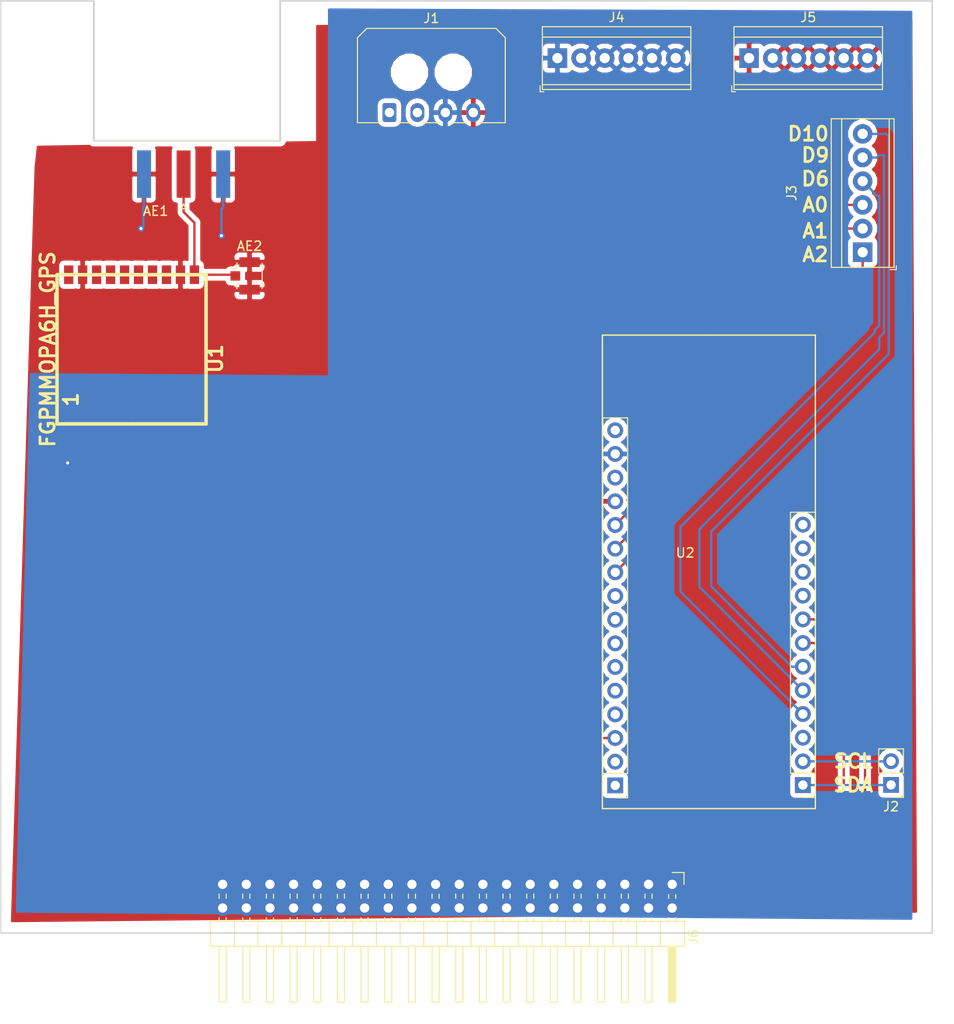
<source format=kicad_pcb>
(kicad_pcb (version 20171130) (host pcbnew "(5.0.1)-3")

  (general
    (thickness 1.6)
    (drawings 18)
    (tracks 82)
    (zones 0)
    (modules 10)
    (nets 15)
  )

  (page A4)
  (layers
    (0 F.Cu mixed)
    (31 B.Cu mixed)
    (32 B.Adhes user)
    (33 F.Adhes user)
    (34 B.Paste user)
    (35 F.Paste user)
    (36 B.SilkS user)
    (37 F.SilkS user)
    (38 B.Mask user)
    (39 F.Mask user)
    (40 Dwgs.User user)
    (41 Cmts.User user)
    (42 Eco1.User user)
    (43 Eco2.User user)
    (44 Edge.Cuts user)
    (45 Margin user)
    (46 B.CrtYd user)
    (47 F.CrtYd user)
    (48 B.Fab user)
    (49 F.Fab user)
  )

  (setup
    (last_trace_width 0.25)
    (trace_clearance 0.1524)
    (zone_clearance 0.508)
    (zone_45_only no)
    (trace_min 0.1524)
    (segment_width 0.2)
    (edge_width 0.15)
    (via_size 0.6858)
    (via_drill 0.3302)
    (via_min_size 0.508)
    (via_min_drill 0.254)
    (uvia_size 0.3)
    (uvia_drill 0.1)
    (uvias_allowed no)
    (uvia_min_size 0.2)
    (uvia_min_drill 0.1)
    (pcb_text_width 0.3)
    (pcb_text_size 1.5 1.5)
    (mod_edge_width 0.15)
    (mod_text_size 1 1)
    (mod_text_width 0.15)
    (pad_size 2.1 2.1)
    (pad_drill 1.1)
    (pad_to_mask_clearance 0.0508)
    (solder_mask_min_width 0.25)
    (aux_axis_origin 0 0)
    (visible_elements 7FFFFFFF)
    (pcbplotparams
      (layerselection 0x010fc_ffffffff)
      (usegerberextensions false)
      (usegerberattributes false)
      (usegerberadvancedattributes false)
      (creategerberjobfile false)
      (excludeedgelayer true)
      (linewidth 0.100000)
      (plotframeref false)
      (viasonmask false)
      (mode 1)
      (useauxorigin false)
      (hpglpennumber 1)
      (hpglpenspeed 20)
      (hpglpendiameter 15.000000)
      (psnegative false)
      (psa4output false)
      (plotreference true)
      (plotvalue true)
      (plotinvisibletext false)
      (padsonsilk false)
      (subtractmaskfromsilk false)
      (outputformat 1)
      (mirror false)
      (drillshape 1)
      (scaleselection 1)
      (outputdirectory ""))
  )

  (net 0 "")
  (net 1 GND)
  (net 2 +3V3)
  (net 3 "Net-(U1-Pad2)")
  (net 4 "Net-(U1-Pad5)")
  (net 5 "Net-(U1-Pad9)")
  (net 6 "Net-(J2-Pad1)")
  (net 7 "Net-(J2-Pad2)")
  (net 8 "Net-(J3-Pad1)")
  (net 9 "Net-(J3-Pad2)")
  (net 10 "Net-(J3-Pad3)")
  (net 11 "Net-(J3-Pad4)")
  (net 12 "Net-(J3-Pad5)")
  (net 13 "Net-(J3-Pad6)")
  (net 14 "Net-(AE1-Pad1)")

  (net_class Default "This is the default net class."
    (clearance 0.1524)
    (trace_width 0.25)
    (via_dia 0.6858)
    (via_drill 0.3302)
    (uvia_dia 0.3)
    (uvia_drill 0.1)
    (diff_pair_gap 1)
    (diff_pair_width 0.2)
    (add_net +3V3)
    (add_net GND)
    (add_net "Net-(AE1-Pad1)")
    (add_net "Net-(J2-Pad1)")
    (add_net "Net-(J2-Pad2)")
    (add_net "Net-(J3-Pad1)")
    (add_net "Net-(J3-Pad2)")
    (add_net "Net-(J3-Pad3)")
    (add_net "Net-(J3-Pad4)")
    (add_net "Net-(J3-Pad5)")
    (add_net "Net-(J3-Pad6)")
    (add_net "Net-(U1-Pad2)")
    (add_net "Net-(U1-Pad5)")
    (add_net "Net-(U1-Pad9)")
  )

  (module Connector_Molex:Molex_Micro-Fit_3.0_43650-0400_1x04_P3.00mm_Horizontal (layer F.Cu) (tedit 5B79A392) (tstamp 5C2AD9C3)
    (at 141.732 61.976)
    (descr "Molex Micro-Fit 3.0 Connector System, 43650-0400 (compatible alternatives: 43650-0401, 43650-0402), 4 Pins per row (https://www.molex.com/pdm_docs/sd/436500300_sd.pdf), generated with kicad-footprint-generator")
    (tags "connector Molex Micro-Fit_3.0 top entry")
    (path /5C28C9D6)
    (clearance 0.4)
    (fp_text reference J1 (at 4.5 -10.12) (layer F.SilkS)
      (effects (font (size 1 1) (thickness 0.15)))
    )
    (fp_text value Conn_01x04_Female (at 4.5 3.22) (layer F.Fab)
      (effects (font (size 1 1) (thickness 0.15)))
    )
    (fp_line (start -3.325 0.98) (end -3.325 -7.92) (layer F.Fab) (width 0.1))
    (fp_line (start -3.325 -7.92) (end -2.325 -8.92) (layer F.Fab) (width 0.1))
    (fp_line (start -2.325 -8.92) (end 11.325 -8.92) (layer F.Fab) (width 0.1))
    (fp_line (start 11.325 -8.92) (end 12.325 -7.92) (layer F.Fab) (width 0.1))
    (fp_line (start 12.325 -7.92) (end 12.325 0.98) (layer F.Fab) (width 0.1))
    (fp_line (start 12.325 0.98) (end -3.325 0.98) (layer F.Fab) (width 0.1))
    (fp_line (start -0.75 0.98) (end 0 0) (layer F.Fab) (width 0.1))
    (fp_line (start 0 0) (end 0.75 0.98) (layer F.Fab) (width 0.1))
    (fp_line (start -3.435 1.09) (end -3.435 -8.03) (layer F.SilkS) (width 0.12))
    (fp_line (start -3.435 -8.03) (end -2.435 -9.03) (layer F.SilkS) (width 0.12))
    (fp_line (start -2.435 -9.03) (end 11.435 -9.03) (layer F.SilkS) (width 0.12))
    (fp_line (start 11.435 -9.03) (end 12.435 -8.03) (layer F.SilkS) (width 0.12))
    (fp_line (start 12.435 -8.03) (end 12.435 1.09) (layer F.SilkS) (width 0.12))
    (fp_line (start -3.435 1.09) (end -1.01 1.09) (layer F.SilkS) (width 0.12))
    (fp_line (start 12.435 1.09) (end 9.651767 1.09) (layer F.SilkS) (width 0.12))
    (fp_line (start 1.01 1.09) (end 2.348233 1.09) (layer F.SilkS) (width 0.12))
    (fp_line (start 3.651767 1.09) (end 5.348233 1.09) (layer F.SilkS) (width 0.12))
    (fp_line (start 6.651767 1.09) (end 8.348233 1.09) (layer F.SilkS) (width 0.12))
    (fp_line (start -3.82 1.48) (end -3.82 -9.42) (layer F.CrtYd) (width 0.05))
    (fp_line (start -3.82 -9.42) (end 12.82 -9.42) (layer F.CrtYd) (width 0.05))
    (fp_line (start 12.82 -9.42) (end 12.82 1.48) (layer F.CrtYd) (width 0.05))
    (fp_line (start 12.82 1.48) (end -3.82 1.48) (layer F.CrtYd) (width 0.05))
    (fp_text user %R (at 4.5 -8.22) (layer F.Fab)
      (effects (font (size 1 1) (thickness 0.15)))
    )
    (pad "" np_thru_hole circle (at 2.15 -4.32) (size 3 3) (drill 3) (layers *.Cu *.Mask))
    (pad "" np_thru_hole circle (at 6.85 -4.32) (size 3 3) (drill 3) (layers *.Cu *.Mask))
    (pad 1 thru_hole roundrect (at 0 0) (size 1.5 2.02) (drill 1.02) (layers *.Cu *.Mask) (roundrect_rratio 0.166667))
    (pad 2 thru_hole oval (at 3 0) (size 1.5 2.02) (drill 1.02) (layers *.Cu *.Mask))
    (pad 3 thru_hole oval (at 6 0) (size 1.5 2.02) (drill 1.02) (layers *.Cu *.Mask)
      (net 2 +3V3))
    (pad 4 thru_hole oval (at 9 0) (size 1.5 2.02) (drill 1.02) (layers *.Cu *.Mask)
      (net 1 GND))
    (model ${KISYS3DMOD}/Connector_Molex.3dshapes/Molex_Micro-Fit_3.0_43650-0400_1x04_P3.00mm_Horizontal.wrl
      (at (xyz 0 0 0))
      (scale (xyz 1 1 1))
      (rotate (xyz 0 0 0))
    )
  )

  (module Adafruit:FGPMMOPA6H (layer F.Cu) (tedit 50BDFD05) (tstamp 5C2ADC6D)
    (at 114.046 87.376 90)
    (path /5C28D6BC)
    (fp_text reference U1 (at -1.00076 8.99922 90) (layer F.SilkS)
      (effects (font (size 1.524 1.524) (thickness 0.3048)))
    )
    (fp_text value FGPMMOPA6H_GPS (at 0 -8.99922 90) (layer F.SilkS)
      (effects (font (size 1.524 1.524) (thickness 0.3048)))
    )
    (fp_text user 1 (at -5.3848 -6.5024 90) (layer F.SilkS)
      (effects (font (size 1.524 1.524) (thickness 0.3048)))
    )
    (fp_line (start -8.001 0) (end -8.001 -8.001) (layer F.SilkS) (width 0.381))
    (fp_line (start -8.001 -8.001) (end 8.001 -8.001) (layer F.SilkS) (width 0.381))
    (fp_line (start 8.001 -8.001) (end 8.001 5.99948) (layer F.SilkS) (width 0.381))
    (fp_line (start 8.001 5.99948) (end 8.001 8.001) (layer F.SilkS) (width 0.381))
    (fp_line (start 8.001 8.001) (end -8.001 8.001) (layer F.SilkS) (width 0.381))
    (fp_line (start -8.001 8.001) (end -8.001 0) (layer F.SilkS) (width 0.381))
    (pad 1 smd rect (at -8.001 -6.74878 90) (size 1.99898 1.00076) (layers F.Cu F.Paste F.Mask)
      (net 2 +3V3))
    (pad 2 smd rect (at -8.001 -5.25018 90) (size 1.99898 1.00076) (layers F.Cu F.Paste F.Mask)
      (net 3 "Net-(U1-Pad2)"))
    (pad 3 smd rect (at -8.001 -3.74904 90) (size 1.99898 1.00076) (layers F.Cu F.Paste F.Mask)
      (net 1 GND))
    (pad 4 smd rect (at -8.001 -2.25044 90) (size 1.99898 1.00076) (layers F.Cu F.Paste F.Mask))
    (pad 5 smd rect (at -8.001 -0.7493 90) (size 1.99898 1.00076) (layers F.Cu F.Paste F.Mask)
      (net 4 "Net-(U1-Pad5)"))
    (pad 6 smd rect (at -8.001 0.7493 90) (size 1.99898 1.00076) (layers F.Cu F.Paste F.Mask))
    (pad 7 smd rect (at -8.001 2.25044 90) (size 1.99898 1.00076) (layers F.Cu F.Paste F.Mask))
    (pad 8 smd rect (at -8.001 3.74904 90) (size 1.99898 1.00076) (layers F.Cu F.Paste F.Mask)
      (net 1 GND))
    (pad 9 smd rect (at -8.001 5.25018 90) (size 1.99898 1.00076) (layers F.Cu F.Paste F.Mask)
      (net 5 "Net-(U1-Pad9)"))
    (pad 10 smd rect (at -8.001 6.74878 90) (size 1.99898 1.00076) (layers F.Cu F.Paste F.Mask))
    (pad 11 smd rect (at 8.001 6.74878 90) (size 1.99898 1.00076) (layers F.Cu F.Paste F.Mask)
      (net 14 "Net-(AE1-Pad1)"))
    (pad 12 smd rect (at 8.001 5.25018 90) (size 1.99898 1.00076) (layers F.Cu F.Paste F.Mask)
      (net 1 GND))
    (pad 13 smd rect (at 8.001 3.74904 90) (size 1.99898 1.00076) (layers F.Cu F.Paste F.Mask))
    (pad 14 smd rect (at 8.001 2.25044 90) (size 1.99898 1.00076) (layers F.Cu F.Paste F.Mask))
    (pad 15 smd rect (at 8.001 0.7493 90) (size 1.99898 1.00076) (layers F.Cu F.Paste F.Mask))
    (pad 16 smd rect (at 8.001 -0.7493 90) (size 1.99898 1.00076) (layers F.Cu F.Paste F.Mask))
    (pad 17 smd rect (at 8.001 -2.25044 90) (size 1.99898 1.00076) (layers F.Cu F.Paste F.Mask))
    (pad 18 smd rect (at 8.001 -3.74904 90) (size 1.99898 1.00076) (layers F.Cu F.Paste F.Mask))
    (pad 19 smd rect (at 8.001 -5.25018 90) (size 1.99898 1.00076) (layers F.Cu F.Paste F.Mask)
      (net 1 GND))
    (pad 20 smd rect (at 8.001 -6.74878 90) (size 1.99898 1.00076) (layers F.Cu F.Paste F.Mask))
  )

  (module Adafruit:AdafruitFeather (layer F.Cu) (tedit 5BDA05D9) (tstamp 5C2AE9F3)
    (at 176.022 111.252)
    (path /5C28C654)
    (clearance 0.37)
    (fp_text reference U2 (at -2.54 -2.04) (layer F.SilkS)
      (effects (font (size 1 1) (thickness 0.15)))
    )
    (fp_text value Feather32u4RFM95 (at 0 -0.5) (layer F.Fab)
      (effects (font (size 1 1) (thickness 0.15)))
    )
    (fp_text user %R (at -10.052293 3.861901 270) (layer F.Fab)
      (effects (font (size 1 1) (thickness 0.15)))
    )
    (fp_line (start -11.322293 24.181901) (end -11.322293 -16.458099) (layer F.Fab) (width 0.1))
    (fp_line (start -8.782293 -16.458099) (end -8.782293 23.546901) (layer F.Fab) (width 0.1))
    (fp_line (start -8.252293 -16.988099) (end -11.852293 -16.988099) (layer F.CrtYd) (width 0.05))
    (fp_line (start -11.852293 24.711901) (end -8.252293 24.711901) (layer F.CrtYd) (width 0.05))
    (fp_line (start -8.252293 24.711901) (end -8.252293 -16.988099) (layer F.CrtYd) (width 0.05))
    (fp_line (start -9.417293 24.181901) (end -11.322293 24.181901) (layer F.Fab) (width 0.1))
    (fp_line (start -8.722293 21.641901) (end -11.382293 21.641901) (layer F.SilkS) (width 0.12))
    (fp_line (start -11.382293 21.641901) (end -11.382293 -16.518099) (layer F.SilkS) (width 0.12))
    (fp_line (start -8.782293 23.546901) (end -9.417293 24.181901) (layer F.Fab) (width 0.1))
    (fp_line (start -8.722293 22.911901) (end -8.722293 24.241901) (layer F.SilkS) (width 0.12))
    (fp_line (start -8.722293 21.641901) (end -8.722293 -16.518099) (layer F.SilkS) (width 0.12))
    (fp_line (start -8.722293 -16.518099) (end -11.382293 -16.518099) (layer F.SilkS) (width 0.12))
    (fp_line (start -11.852293 -16.988099) (end -11.852293 24.711901) (layer F.CrtYd) (width 0.05))
    (fp_line (start -8.722293 24.241901) (end -10.052293 24.241901) (layer F.SilkS) (width 0.12))
    (fp_line (start -11.322293 -16.458099) (end -8.782293 -16.458099) (layer F.Fab) (width 0.1))
    (fp_text user %R (at 10.093081 9.0424 270) (layer F.Fab)
      (effects (font (size 1 1) (thickness 0.15)))
    )
    (fp_line (start 11.423081 24.20647) (end 10.093081 24.20647) (layer F.SilkS) (width 0.12))
    (fp_line (start 10.728081 24.14647) (end 8.823081 24.14647) (layer F.Fab) (width 0.1))
    (fp_line (start 8.293081 -6.87353) (end 8.293081 24.67647) (layer F.CrtYd) (width 0.05))
    (fp_line (start 11.363081 -6.33353) (end 11.363081 23.51147) (layer F.Fab) (width 0.1))
    (fp_line (start 8.293081 24.67647) (end 11.893081 24.67647) (layer F.CrtYd) (width 0.05))
    (fp_line (start 11.893081 -6.87353) (end 8.293081 -6.87353) (layer F.CrtYd) (width 0.05))
    (fp_line (start 11.423081 22.87647) (end 11.423081 24.20647) (layer F.SilkS) (width 0.12))
    (fp_line (start 8.763081 21.60647) (end 8.763081 -6.39353) (layer F.SilkS) (width 0.12))
    (fp_line (start 11.363081 23.51147) (end 10.728081 24.14647) (layer F.Fab) (width 0.1))
    (fp_line (start 8.823081 -6.33353) (end 11.363081 -6.33353) (layer F.Fab) (width 0.1))
    (fp_line (start 8.823081 24.14647) (end 8.823081 -6.33353) (layer F.Fab) (width 0.1))
    (fp_line (start 11.893081 24.67647) (end 11.893081 -6.87353) (layer F.CrtYd) (width 0.05))
    (fp_line (start 11.423081 21.60647) (end 8.763081 21.60647) (layer F.SilkS) (width 0.12))
    (fp_line (start 11.423081 21.60647) (end 11.423081 -6.39353) (layer F.SilkS) (width 0.12))
    (fp_line (start 11.423081 -6.39353) (end 8.763081 -6.39353) (layer F.SilkS) (width 0.12))
    (fp_line (start 0 -25.4) (end -11.43 -25.4) (layer F.SilkS) (width 0.15))
    (fp_line (start -11.43 -25.4) (end -11.43 25.4) (layer F.SilkS) (width 0.15))
    (fp_line (start -11.43 25.4) (end 11.43 25.4) (layer F.SilkS) (width 0.15))
    (fp_line (start 11.43 25.4) (end 11.43 -25.4) (layer F.SilkS) (width 0.15))
    (fp_line (start 11.43 -25.4) (end 0 -25.4) (layer F.SilkS) (width 0.15))
    (pad 5 thru_hole oval (at -10.052293 12.751901 180) (size 1.7 1.7) (drill 1) (layers *.Cu *.Mask))
    (pad 10 thru_hole oval (at -10.052293 0.051901 180) (size 1.7 1.7) (drill 1) (layers *.Cu *.Mask)
      (net 8 "Net-(J3-Pad1)"))
    (pad 15 thru_hole oval (at -10.052293 -12.648099 180) (size 1.7 1.7) (drill 1) (layers *.Cu *.Mask)
      (net 2 +3V3))
    (pad 3 thru_hole oval (at -10.052293 17.831901 180) (size 1.7 1.7) (drill 1) (layers *.Cu *.Mask)
      (net 5 "Net-(U1-Pad9)"))
    (pad 13 thru_hole oval (at -10.052293 -7.568099 180) (size 1.7 1.7) (drill 1) (layers *.Cu *.Mask)
      (net 1 GND))
    (pad 12 thru_hole oval (at -10.052293 -5.028099 180) (size 1.7 1.7) (drill 1) (layers *.Cu *.Mask)
      (net 10 "Net-(J3-Pad3)"))
    (pad 16 thru_hole oval (at -10.052293 -15.188099 180) (size 1.7 1.7) (drill 1) (layers *.Cu *.Mask))
    (pad 7 thru_hole oval (at -10.052293 7.671901 180) (size 1.7 1.7) (drill 1) (layers *.Cu *.Mask))
    (pad 11 thru_hole oval (at -10.052293 -2.488099) (size 1.7 1.7) (drill 1) (layers *.Cu *.Mask)
      (net 9 "Net-(J3-Pad2)"))
    (pad 14 thru_hole oval (at -10.052293 -10.108099 180) (size 1.7 1.7) (drill 1) (layers *.Cu *.Mask))
    (pad 9 thru_hole oval (at -10.052293 2.591901 180) (size 1.7 1.7) (drill 1) (layers *.Cu *.Mask))
    (pad 8 thru_hole oval (at -10.052293 5.131901 180) (size 1.7 1.7) (drill 1) (layers *.Cu *.Mask))
    (pad 1 thru_hole rect (at -10.052293 22.911901 180) (size 1.7 1.7) (drill 1) (layers *.Cu *.Mask))
    (pad 4 thru_hole oval (at -10.052293 15.291901 180) (size 1.7 1.7) (drill 1) (layers *.Cu *.Mask))
    (pad 6 thru_hole oval (at -10.052293 10.211901 180) (size 1.7 1.7) (drill 1) (layers *.Cu *.Mask))
    (pad 2 thru_hole oval (at -10.052293 20.371901 180) (size 1.7 1.7) (drill 1) (layers *.Cu *.Mask))
    (pad 17 thru_hole oval (at 10.093081 -5.06353 180) (size 1.7 1.7) (drill 1) (layers *.Cu *.Mask))
    (pad 20 thru_hole oval (at 10.093081 2.55647 180) (size 1.7 1.7) (drill 1) (layers *.Cu *.Mask))
    (pad 19 thru_hole oval (at 10.093081 0.01647 180) (size 1.7 1.7) (drill 1) (layers *.Cu *.Mask))
    (pad 18 thru_hole oval (at 10.093081 -2.52353 180) (size 1.7 1.7) (drill 1) (layers *.Cu *.Mask))
    (pad 23 thru_hole oval (at 10.093081 10.17647 180) (size 1.7 1.7) (drill 1) (layers *.Cu *.Mask)
      (net 13 "Net-(J3-Pad6)"))
    (pad 22 thru_hole oval (at 10.093081 7.63647 180) (size 1.7 1.7) (drill 1) (layers *.Cu *.Mask)
      (net 4 "Net-(U1-Pad5)"))
    (pad 25 thru_hole oval (at 10.093081 15.25647 180) (size 1.7 1.7) (drill 1) (layers *.Cu *.Mask)
      (net 11 "Net-(J3-Pad4)"))
    (pad 21 thru_hole oval (at 10.093081 5.09647 180) (size 1.7 1.7) (drill 1) (layers *.Cu *.Mask)
      (net 3 "Net-(U1-Pad2)"))
    (pad 26 thru_hole oval (at 10.093081 17.79647 180) (size 1.7 1.7) (drill 1) (layers *.Cu *.Mask))
    (pad 24 thru_hole oval (at 10.093081 12.71647 180) (size 1.7 1.7) (drill 1) (layers *.Cu *.Mask)
      (net 12 "Net-(J3-Pad5)"))
    (pad 27 thru_hole oval (at 10.093081 20.33647 180) (size 1.7 1.7) (drill 1) (layers *.Cu *.Mask)
      (net 7 "Net-(J2-Pad2)"))
    (pad 28 thru_hole rect (at 10.093081 22.87647 180) (size 1.7 1.7) (drill 1) (layers *.Cu *.Mask)
      (net 6 "Net-(J2-Pad1)"))
  )

  (module Connector_PinHeader_2.54mm:PinHeader_1x02_P2.54mm_Vertical (layer F.Cu) (tedit 59FED5CC) (tstamp 5C2C5803)
    (at 195.58 134.112 180)
    (descr "Through hole straight pin header, 1x02, 2.54mm pitch, single row")
    (tags "Through hole pin header THT 1x02 2.54mm single row")
    (path /5C299331)
    (clearance 0.37)
    (fp_text reference J2 (at 0 -2.33 180) (layer F.SilkS)
      (effects (font (size 1 1) (thickness 0.15)))
    )
    (fp_text value Conn_01x02_Male (at 0 4.87 180) (layer F.Fab)
      (effects (font (size 1 1) (thickness 0.15)))
    )
    (fp_line (start -0.635 -1.27) (end 1.27 -1.27) (layer F.Fab) (width 0.1))
    (fp_line (start 1.27 -1.27) (end 1.27 3.81) (layer F.Fab) (width 0.1))
    (fp_line (start 1.27 3.81) (end -1.27 3.81) (layer F.Fab) (width 0.1))
    (fp_line (start -1.27 3.81) (end -1.27 -0.635) (layer F.Fab) (width 0.1))
    (fp_line (start -1.27 -0.635) (end -0.635 -1.27) (layer F.Fab) (width 0.1))
    (fp_line (start -1.33 3.87) (end 1.33 3.87) (layer F.SilkS) (width 0.12))
    (fp_line (start -1.33 1.27) (end -1.33 3.87) (layer F.SilkS) (width 0.12))
    (fp_line (start 1.33 1.27) (end 1.33 3.87) (layer F.SilkS) (width 0.12))
    (fp_line (start -1.33 1.27) (end 1.33 1.27) (layer F.SilkS) (width 0.12))
    (fp_line (start -1.33 0) (end -1.33 -1.33) (layer F.SilkS) (width 0.12))
    (fp_line (start -1.33 -1.33) (end 0 -1.33) (layer F.SilkS) (width 0.12))
    (fp_line (start -1.8 -1.8) (end -1.8 4.35) (layer F.CrtYd) (width 0.05))
    (fp_line (start -1.8 4.35) (end 1.8 4.35) (layer F.CrtYd) (width 0.05))
    (fp_line (start 1.8 4.35) (end 1.8 -1.8) (layer F.CrtYd) (width 0.05))
    (fp_line (start 1.8 -1.8) (end -1.8 -1.8) (layer F.CrtYd) (width 0.05))
    (fp_text user %R (at 0 1.27 270) (layer F.Fab)
      (effects (font (size 1 1) (thickness 0.15)))
    )
    (pad 1 thru_hole rect (at 0 0 180) (size 1.7 1.7) (drill 1) (layers *.Cu *.Mask)
      (net 6 "Net-(J2-Pad1)"))
    (pad 2 thru_hole oval (at 0 2.54 180) (size 1.7 1.7) (drill 1) (layers *.Cu *.Mask)
      (net 7 "Net-(J2-Pad2)"))
    (model ${KISYS3DMOD}/Connector_PinHeader_2.54mm.3dshapes/PinHeader_1x02_P2.54mm_Vertical.wrl
      (at (xyz 0 0 0))
      (scale (xyz 1 1 1))
      (rotate (xyz 0 0 0))
    )
  )

  (module Connector_Coaxial:SMA_Amphenol_132289_EdgeMount (layer F.Cu) (tedit 5A1C1810) (tstamp 5C2904CF)
    (at 119.634 68.58 90)
    (descr http://www.amphenolrf.com/132289.html)
    (tags SMA)
    (path /5C291743)
    (attr smd)
    (fp_text reference AE1 (at -3.96 -3 180) (layer F.SilkS)
      (effects (font (size 1 1) (thickness 0.15)))
    )
    (fp_text value Antenna_Shield (at 5 6 90) (layer F.Fab)
      (effects (font (size 1 1) (thickness 0.15)))
    )
    (fp_line (start -3.71 0.25) (end -3.21 0) (layer F.SilkS) (width 0.12))
    (fp_line (start -3.71 -0.25) (end -3.71 0.25) (layer F.SilkS) (width 0.12))
    (fp_line (start -3.21 0) (end -3.71 -0.25) (layer F.SilkS) (width 0.12))
    (fp_line (start 3.54 0) (end 2.54 0.75) (layer F.Fab) (width 0.1))
    (fp_line (start 2.54 -0.75) (end 3.54 0) (layer F.Fab) (width 0.1))
    (fp_text user %R (at 4.79 0) (layer F.Fab)
      (effects (font (size 1 1) (thickness 0.15)))
    )
    (fp_line (start 14.47 -5.58) (end -3.04 -5.58) (layer F.CrtYd) (width 0.05))
    (fp_line (start 14.47 -5.58) (end 14.47 5.58) (layer F.CrtYd) (width 0.05))
    (fp_line (start 14.47 5.58) (end -3.04 5.58) (layer F.CrtYd) (width 0.05))
    (fp_line (start -3.04 5.58) (end -3.04 -5.58) (layer F.CrtYd) (width 0.05))
    (fp_line (start 14.47 -5.58) (end -3.04 -5.58) (layer B.CrtYd) (width 0.05))
    (fp_line (start 14.47 -5.58) (end 14.47 5.58) (layer B.CrtYd) (width 0.05))
    (fp_line (start 14.47 5.58) (end -3.04 5.58) (layer B.CrtYd) (width 0.05))
    (fp_line (start -3.04 5.58) (end -3.04 -5.58) (layer B.CrtYd) (width 0.05))
    (fp_line (start 4.445 -3.81) (end 13.97 -3.81) (layer F.Fab) (width 0.1))
    (fp_line (start 13.97 -3.81) (end 13.97 3.81) (layer F.Fab) (width 0.1))
    (fp_line (start 13.97 3.81) (end 4.445 3.81) (layer F.Fab) (width 0.1))
    (fp_line (start 4.445 5.08) (end 4.445 3.81) (layer F.Fab) (width 0.1))
    (fp_line (start 4.445 -3.81) (end 4.445 -5.08) (layer F.Fab) (width 0.1))
    (fp_line (start -1.91 -5.08) (end 4.445 -5.08) (layer F.Fab) (width 0.1))
    (fp_line (start -1.91 -5.08) (end -1.91 -3.81) (layer F.Fab) (width 0.1))
    (fp_line (start -1.91 -3.81) (end 2.54 -3.81) (layer F.Fab) (width 0.1))
    (fp_line (start 2.54 -3.81) (end 2.54 3.81) (layer F.Fab) (width 0.1))
    (fp_line (start 2.54 3.81) (end -1.91 3.81) (layer F.Fab) (width 0.1))
    (fp_line (start -1.91 3.81) (end -1.91 5.08) (layer F.Fab) (width 0.1))
    (fp_line (start -1.91 5.08) (end 4.445 5.08) (layer F.Fab) (width 0.1))
    (pad 2 smd rect (at 0 4.25 180) (size 1.5 5.08) (layers B.Cu B.Paste B.Mask)
      (net 1 GND))
    (pad 2 smd rect (at 0 -4.25 180) (size 1.5 5.08) (layers B.Cu B.Paste B.Mask)
      (net 1 GND))
    (pad 2 smd rect (at 0 4.25 180) (size 1.5 5.08) (layers F.Cu F.Paste F.Mask)
      (net 1 GND))
    (pad 2 smd rect (at 0 -4.25 180) (size 1.5 5.08) (layers F.Cu F.Paste F.Mask)
      (net 1 GND))
    (pad 1 smd rect (at 0 0 180) (size 1.5 5.08) (layers F.Cu F.Paste F.Mask)
      (net 14 "Net-(AE1-Pad1)"))
    (model ${KISYS3DMOD}/Connector_Coaxial.3dshapes/SMA_Amphenol_132289_EdgeMount.wrl
      (at (xyz 0 0 0))
      (scale (xyz 1 1 1))
      (rotate (xyz 0 0 0))
    )
  )

  (module Connector_Coaxial:U.FL_Hirose_U.FL-R-SMT-1_Vertical (layer F.Cu) (tedit 5A1DBFC3) (tstamp 5C2904FC)
    (at 126.238 79.502)
    (descr "Hirose U.FL Coaxial https://www.hirose.com/product/en/products/U.FL/U.FL-R-SMT-1%2810%29/")
    (tags "Hirose U.FL Coaxial")
    (path /5C29327E)
    (attr smd)
    (fp_text reference AE2 (at 0.475 -3.2) (layer F.SilkS)
      (effects (font (size 1 1) (thickness 0.15)))
    )
    (fp_text value Antenna_Shield (at 0.475 3.2) (layer F.Fab)
      (effects (font (size 1 1) (thickness 0.15)))
    )
    (fp_text user %R (at 0.475 0 90) (layer F.Fab)
      (effects (font (size 0.6 0.6) (thickness 0.09)))
    )
    (fp_line (start -2.02 1) (end -2.02 -1) (layer F.CrtYd) (width 0.05))
    (fp_line (start -1.32 1) (end -2.02 1) (layer F.CrtYd) (width 0.05))
    (fp_line (start 2.08 1.8) (end 2.28 1.8) (layer F.CrtYd) (width 0.05))
    (fp_line (start 2.08 2.5) (end 2.08 1.8) (layer F.CrtYd) (width 0.05))
    (fp_line (start 2.28 1.8) (end 2.28 -1.8) (layer F.CrtYd) (width 0.05))
    (fp_line (start -1.32 1.8) (end -1.12 1.8) (layer F.CrtYd) (width 0.05))
    (fp_line (start -1.12 2.5) (end -1.12 1.8) (layer F.CrtYd) (width 0.05))
    (fp_line (start 2.08 2.5) (end -1.12 2.5) (layer F.CrtYd) (width 0.05))
    (fp_line (start 1.835 -1.35) (end 1.835 1.35) (layer F.SilkS) (width 0.12))
    (fp_line (start -0.885 -0.76) (end -1.515 -0.76) (layer F.SilkS) (width 0.12))
    (fp_line (start -0.885 1.4) (end -0.885 0.76) (layer F.SilkS) (width 0.12))
    (fp_line (start -0.925 -0.3) (end -1.075 -0.15) (layer F.Fab) (width 0.1))
    (fp_line (start 1.775 -1.3) (end 1.375 -1.3) (layer F.Fab) (width 0.1))
    (fp_line (start 1.375 -1.5) (end 1.375 -1.3) (layer F.Fab) (width 0.1))
    (fp_line (start -0.425 -1.5) (end 1.375 -1.5) (layer F.Fab) (width 0.1))
    (fp_line (start 1.775 -1.3) (end 1.775 1.3) (layer F.Fab) (width 0.1))
    (fp_line (start 1.775 1.3) (end 1.375 1.3) (layer F.Fab) (width 0.1))
    (fp_line (start 1.375 1.5) (end 1.375 1.3) (layer F.Fab) (width 0.1))
    (fp_line (start -0.425 1.5) (end 1.375 1.5) (layer F.Fab) (width 0.1))
    (fp_line (start -0.425 -1.3) (end -0.825 -1.3) (layer F.Fab) (width 0.1))
    (fp_line (start -0.425 -1.5) (end -0.425 -1.3) (layer F.Fab) (width 0.1))
    (fp_line (start -0.825 -0.3) (end -0.825 -1.3) (layer F.Fab) (width 0.1))
    (fp_line (start -0.925 -0.3) (end -0.825 -0.3) (layer F.Fab) (width 0.1))
    (fp_line (start -1.075 0.3) (end -1.075 -0.15) (layer F.Fab) (width 0.1))
    (fp_line (start -1.075 0.3) (end -0.825 0.3) (layer F.Fab) (width 0.1))
    (fp_line (start -0.825 0.3) (end -0.825 1.3) (layer F.Fab) (width 0.1))
    (fp_line (start -0.425 1.3) (end -0.825 1.3) (layer F.Fab) (width 0.1))
    (fp_line (start -0.425 1.5) (end -0.425 1.3) (layer F.Fab) (width 0.1))
    (fp_line (start -0.885 -1.4) (end -0.885 -0.76) (layer F.SilkS) (width 0.12))
    (fp_line (start 2.08 -1.8) (end 2.28 -1.8) (layer F.CrtYd) (width 0.05))
    (fp_line (start 2.08 -1.8) (end 2.08 -2.5) (layer F.CrtYd) (width 0.05))
    (fp_line (start -1.32 -1) (end -1.32 -1.8) (layer F.CrtYd) (width 0.05))
    (fp_line (start 2.08 -2.5) (end -1.12 -2.5) (layer F.CrtYd) (width 0.05))
    (fp_line (start -1.12 -1.8) (end -1.12 -2.5) (layer F.CrtYd) (width 0.05))
    (fp_line (start -1.32 -1.8) (end -1.12 -1.8) (layer F.CrtYd) (width 0.05))
    (fp_line (start -1.32 1.8) (end -1.32 1) (layer F.CrtYd) (width 0.05))
    (fp_line (start -1.32 -1) (end -2.02 -1) (layer F.CrtYd) (width 0.05))
    (pad 2 smd rect (at 0.475 1.475) (size 2.2 1.05) (layers F.Cu F.Paste F.Mask)
      (net 1 GND))
    (pad 1 smd rect (at -1.05 0) (size 1.05 1) (layers F.Cu F.Paste F.Mask)
      (net 14 "Net-(AE1-Pad1)"))
    (pad 2 smd rect (at 0.475 -1.475) (size 2.2 1.05) (layers F.Cu F.Paste F.Mask)
      (net 1 GND))
    (model ${KISYS3DMOD}/Connector_Coaxial.3dshapes/U.FL_Hirose_U.FL-R-SMT-1_Vertical.wrl
      (offset (xyz 0.4749999928262157 0 0))
      (scale (xyz 1 1 1))
      (rotate (xyz 0 0 0))
    )
  )

  (module TerminalBlock_TE-Connectivity:TerminalBlock_TE_282834-6_1x06_P2.54mm_Horizontal (layer F.Cu) (tedit 5B1EC513) (tstamp 5C30A10A)
    (at 192.532 76.962 90)
    (descr "Terminal Block TE 282834-6, 6 pins, pitch 2.54mm, size 15.7x6.5mm^2, drill diamater 1.1mm, pad diameter 2.1mm, see http://www.te.com/commerce/DocumentDelivery/DDEController?Action=showdoc&DocId=Customer+Drawing%7F282834%7FC1%7Fpdf%7FEnglish%7FENG_CD_282834_C1.pdf, script-generated using https://github.com/pointhi/kicad-footprint-generator/scripts/TerminalBlock_TE-Connectivity")
    (tags "THT Terminal Block TE 282834-6 pitch 2.54mm size 15.7x6.5mm^2 drill 1.1mm pad 2.1mm")
    (path /5C296A2F)
    (clearance 0.25)
    (fp_text reference J3 (at 6.35 -7.62 90) (layer F.SilkS)
      (effects (font (size 1 1) (thickness 0.15)))
    )
    (fp_text value Conn_01x06_Male (at 6.35 4.37 90) (layer F.Fab)
      (effects (font (size 1 1) (thickness 0.15)))
    )
    (fp_circle (center 0 0) (end 1.1 0) (layer F.Fab) (width 0.1))
    (fp_circle (center 2.54 0) (end 3.64 0) (layer F.Fab) (width 0.1))
    (fp_circle (center 5.08 0) (end 6.18 0) (layer F.Fab) (width 0.1))
    (fp_circle (center 7.62 0) (end 8.72 0) (layer F.Fab) (width 0.1))
    (fp_circle (center 10.16 0) (end 11.26 0) (layer F.Fab) (width 0.1))
    (fp_circle (center 12.7 0) (end 13.8 0) (layer F.Fab) (width 0.1))
    (fp_line (start -1.5 -3.25) (end 14.2 -3.25) (layer F.Fab) (width 0.1))
    (fp_line (start 14.2 -3.25) (end 14.2 3.25) (layer F.Fab) (width 0.1))
    (fp_line (start 14.2 3.25) (end -1.1 3.25) (layer F.Fab) (width 0.1))
    (fp_line (start -1.1 3.25) (end -1.5 2.85) (layer F.Fab) (width 0.1))
    (fp_line (start -1.5 2.85) (end -1.5 -3.25) (layer F.Fab) (width 0.1))
    (fp_line (start -1.5 2.85) (end 14.2 2.85) (layer F.Fab) (width 0.1))
    (fp_line (start -1.62 2.85) (end 14.32 2.85) (layer F.SilkS) (width 0.12))
    (fp_line (start -1.5 -2.25) (end 14.2 -2.25) (layer F.Fab) (width 0.1))
    (fp_line (start -1.62 -2.25) (end 14.32 -2.25) (layer F.SilkS) (width 0.12))
    (fp_line (start -1.62 -3.37) (end 14.32 -3.37) (layer F.SilkS) (width 0.12))
    (fp_line (start -1.62 3.37) (end 14.32 3.37) (layer F.SilkS) (width 0.12))
    (fp_line (start -1.62 -3.37) (end -1.62 3.37) (layer F.SilkS) (width 0.12))
    (fp_line (start 14.32 -3.37) (end 14.32 3.37) (layer F.SilkS) (width 0.12))
    (fp_line (start 0.835 -0.7) (end -0.701 0.835) (layer F.Fab) (width 0.1))
    (fp_line (start 0.701 -0.835) (end -0.835 0.7) (layer F.Fab) (width 0.1))
    (fp_line (start 3.375 -0.7) (end 1.84 0.835) (layer F.Fab) (width 0.1))
    (fp_line (start 3.241 -0.835) (end 1.706 0.7) (layer F.Fab) (width 0.1))
    (fp_line (start 5.915 -0.7) (end 4.38 0.835) (layer F.Fab) (width 0.1))
    (fp_line (start 5.781 -0.835) (end 4.246 0.7) (layer F.Fab) (width 0.1))
    (fp_line (start 8.455 -0.7) (end 6.92 0.835) (layer F.Fab) (width 0.1))
    (fp_line (start 8.321 -0.835) (end 6.786 0.7) (layer F.Fab) (width 0.1))
    (fp_line (start 10.995 -0.7) (end 9.46 0.835) (layer F.Fab) (width 0.1))
    (fp_line (start 10.861 -0.835) (end 9.326 0.7) (layer F.Fab) (width 0.1))
    (fp_line (start 13.535 -0.7) (end 12 0.835) (layer F.Fab) (width 0.1))
    (fp_line (start 13.401 -0.835) (end 11.866 0.7) (layer F.Fab) (width 0.1))
    (fp_line (start -1.86 2.97) (end -1.86 3.61) (layer F.SilkS) (width 0.12))
    (fp_line (start -1.86 3.61) (end -1.46 3.61) (layer F.SilkS) (width 0.12))
    (fp_line (start -2 -3.75) (end -2 3.75) (layer F.CrtYd) (width 0.05))
    (fp_line (start -2 3.75) (end 14.7 3.75) (layer F.CrtYd) (width 0.05))
    (fp_line (start 14.7 3.75) (end 14.7 -3.75) (layer F.CrtYd) (width 0.05))
    (fp_line (start 14.7 -3.75) (end -2 -3.75) (layer F.CrtYd) (width 0.05))
    (fp_text user %R (at 6.35 2 90) (layer F.Fab)
      (effects (font (size 1 1) (thickness 0.15)))
    )
    (pad 1 thru_hole rect (at 0 0 90) (size 2.1 2.1) (drill 1.1) (layers *.Cu *.Mask)
      (net 8 "Net-(J3-Pad1)"))
    (pad 2 thru_hole circle (at 2.54 0 90) (size 2.1 2.1) (drill 1.1) (layers *.Cu *.Mask)
      (net 9 "Net-(J3-Pad2)"))
    (pad 3 thru_hole circle (at 5.08 0 90) (size 2.1 2.1) (drill 1.1) (layers *.Cu *.Mask)
      (net 10 "Net-(J3-Pad3)"))
    (pad 4 thru_hole circle (at 7.62 0 90) (size 2.1 2.1) (drill 1.1) (layers *.Cu *.Mask)
      (net 11 "Net-(J3-Pad4)"))
    (pad 5 thru_hole circle (at 10.16 0 90) (size 2.1 2.1) (drill 1.1) (layers *.Cu *.Mask)
      (net 12 "Net-(J3-Pad5)"))
    (pad 6 thru_hole circle (at 12.7 0 90) (size 2.1 2.1) (drill 1.1) (layers *.Cu *.Mask)
      (net 13 "Net-(J3-Pad6)"))
    (model ${KISYS3DMOD}/TerminalBlock_TE-Connectivity.3dshapes/TerminalBlock_TE_282834-6_1x06_P2.54mm_Horizontal.wrl
      (at (xyz 0 0 0))
      (scale (xyz 1 1 1))
      (rotate (xyz 0 0 0))
    )
  )

  (module TerminalBlock_TE-Connectivity:TerminalBlock_TE_282834-6_1x06_P2.54mm_Horizontal (layer F.Cu) (tedit 5C2C4CBF) (tstamp 5C30A139)
    (at 159.766 56.134)
    (descr "Terminal Block TE 282834-6, 6 pins, pitch 2.54mm, size 15.7x6.5mm^2, drill diamater 1.1mm, pad diameter 2.1mm, see http://www.te.com/commerce/DocumentDelivery/DDEController?Action=showdoc&DocId=Customer+Drawing%7F282834%7FC1%7Fpdf%7FEnglish%7FENG_CD_282834_C1.pdf, script-generated using https://github.com/pointhi/kicad-footprint-generator/scripts/TerminalBlock_TE-Connectivity")
    (tags "THT Terminal Block TE 282834-6 pitch 2.54mm size 15.7x6.5mm^2 drill 1.1mm pad 2.1mm")
    (path /5C29A8F7)
    (clearance 0.25)
    (fp_text reference J4 (at 6.35 -4.37) (layer F.SilkS)
      (effects (font (size 1 1) (thickness 0.15)))
    )
    (fp_text value Conn_01x06_Male (at 6.35 4.37) (layer F.Fab)
      (effects (font (size 1 1) (thickness 0.15)))
    )
    (fp_text user %R (at 6.35 2) (layer F.Fab)
      (effects (font (size 1 1) (thickness 0.15)))
    )
    (fp_line (start 14.7 -3.75) (end -2 -3.75) (layer F.CrtYd) (width 0.05))
    (fp_line (start 14.7 3.75) (end 14.7 -3.75) (layer F.CrtYd) (width 0.05))
    (fp_line (start -2 3.75) (end 14.7 3.75) (layer F.CrtYd) (width 0.05))
    (fp_line (start -2 -3.75) (end -2 3.75) (layer F.CrtYd) (width 0.05))
    (fp_line (start -1.86 3.61) (end -1.46 3.61) (layer F.SilkS) (width 0.12))
    (fp_line (start -1.86 2.97) (end -1.86 3.61) (layer F.SilkS) (width 0.12))
    (fp_line (start 13.401 -0.835) (end 11.866 0.7) (layer F.Fab) (width 0.1))
    (fp_line (start 13.535 -0.7) (end 12 0.835) (layer F.Fab) (width 0.1))
    (fp_line (start 10.861 -0.835) (end 9.326 0.7) (layer F.Fab) (width 0.1))
    (fp_line (start 10.995 -0.7) (end 9.46 0.835) (layer F.Fab) (width 0.1))
    (fp_line (start 8.321 -0.835) (end 6.786 0.7) (layer F.Fab) (width 0.1))
    (fp_line (start 8.455 -0.7) (end 6.92 0.835) (layer F.Fab) (width 0.1))
    (fp_line (start 5.781 -0.835) (end 4.246 0.7) (layer F.Fab) (width 0.1))
    (fp_line (start 5.915 -0.7) (end 4.38 0.835) (layer F.Fab) (width 0.1))
    (fp_line (start 3.241 -0.835) (end 1.706 0.7) (layer F.Fab) (width 0.1))
    (fp_line (start 3.375 -0.7) (end 1.84 0.835) (layer F.Fab) (width 0.1))
    (fp_line (start 0.701 -0.835) (end -0.835 0.7) (layer F.Fab) (width 0.1))
    (fp_line (start 0.835 -0.7) (end -0.701 0.835) (layer F.Fab) (width 0.1))
    (fp_line (start 14.32 -3.37) (end 14.32 3.37) (layer F.SilkS) (width 0.12))
    (fp_line (start -1.62 -3.37) (end -1.62 3.37) (layer F.SilkS) (width 0.12))
    (fp_line (start -1.62 3.37) (end 14.32 3.37) (layer F.SilkS) (width 0.12))
    (fp_line (start -1.62 -3.37) (end 14.32 -3.37) (layer F.SilkS) (width 0.12))
    (fp_line (start -1.62 -2.25) (end 14.32 -2.25) (layer F.SilkS) (width 0.12))
    (fp_line (start -1.5 -2.25) (end 14.2 -2.25) (layer F.Fab) (width 0.1))
    (fp_line (start -1.62 2.85) (end 14.32 2.85) (layer F.SilkS) (width 0.12))
    (fp_line (start -1.5 2.85) (end 14.2 2.85) (layer F.Fab) (width 0.1))
    (fp_line (start -1.5 2.85) (end -1.5 -3.25) (layer F.Fab) (width 0.1))
    (fp_line (start -1.1 3.25) (end -1.5 2.85) (layer F.Fab) (width 0.1))
    (fp_line (start 14.2 3.25) (end -1.1 3.25) (layer F.Fab) (width 0.1))
    (fp_line (start 14.2 -3.25) (end 14.2 3.25) (layer F.Fab) (width 0.1))
    (fp_line (start -1.5 -3.25) (end 14.2 -3.25) (layer F.Fab) (width 0.1))
    (fp_circle (center 12.7 0) (end 13.8 0) (layer F.Fab) (width 0.1))
    (fp_circle (center 10.16 0) (end 11.26 0) (layer F.Fab) (width 0.1))
    (fp_circle (center 7.62 0) (end 8.72 0) (layer F.Fab) (width 0.1))
    (fp_circle (center 5.08 0) (end 6.18 0) (layer F.Fab) (width 0.1))
    (fp_circle (center 2.54 0) (end 3.64 0) (layer F.Fab) (width 0.1))
    (fp_circle (center 0 0) (end 1.1 0) (layer F.Fab) (width 0.1))
    (pad 6 thru_hole circle (at 12.7 0) (size 2.1 2.1) (drill 1.1) (layers *.Cu *.Mask)
      (net 2 +3V3))
    (pad 5 thru_hole circle (at 10.16 0) (size 2.1 2.1) (drill 1.1) (layers *.Cu *.Mask)
      (net 2 +3V3))
    (pad 4 thru_hole circle (at 7.62 0) (size 2.1 2.1) (drill 1.1) (layers *.Cu *.Mask)
      (net 2 +3V3))
    (pad 3 thru_hole circle (at 5.08 0) (size 2.1 2.1) (drill 1.1) (layers *.Cu *.Mask)
      (net 2 +3V3))
    (pad 2 thru_hole circle (at 2.54 0) (size 2.1 2.1) (drill 1.1) (layers *.Cu *.Mask)
      (net 2 +3V3))
    (pad 1 thru_hole rect (at 0 0) (size 2.1 2.1) (drill 1.1) (layers *.Cu *.Mask)
      (net 2 +3V3))
    (model ${KISYS3DMOD}/TerminalBlock_TE-Connectivity.3dshapes/TerminalBlock_TE_282834-6_1x06_P2.54mm_Horizontal.wrl
      (at (xyz 0 0 0))
      (scale (xyz 1 1 1))
      (rotate (xyz 0 0 0))
    )
  )

  (module TerminalBlock_TE-Connectivity:TerminalBlock_TE_282834-6_1x06_P2.54mm_Horizontal (layer F.Cu) (tedit 5B1EC513) (tstamp 5C30A168)
    (at 180.34 56.134)
    (descr "Terminal Block TE 282834-6, 6 pins, pitch 2.54mm, size 15.7x6.5mm^2, drill diamater 1.1mm, pad diameter 2.1mm, see http://www.te.com/commerce/DocumentDelivery/DDEController?Action=showdoc&DocId=Customer+Drawing%7F282834%7FC1%7Fpdf%7FEnglish%7FENG_CD_282834_C1.pdf, script-generated using https://github.com/pointhi/kicad-footprint-generator/scripts/TerminalBlock_TE-Connectivity")
    (tags "THT Terminal Block TE 282834-6 pitch 2.54mm size 15.7x6.5mm^2 drill 1.1mm pad 2.1mm")
    (path /5C29B2F1)
    (clearance 0.25)
    (fp_text reference J5 (at 6.35 -4.37) (layer F.SilkS)
      (effects (font (size 1 1) (thickness 0.15)))
    )
    (fp_text value Conn_01x06_Male (at 6.35 4.37) (layer F.Fab)
      (effects (font (size 1 1) (thickness 0.15)))
    )
    (fp_circle (center 0 0) (end 1.1 0) (layer F.Fab) (width 0.1))
    (fp_circle (center 2.54 0) (end 3.64 0) (layer F.Fab) (width 0.1))
    (fp_circle (center 5.08 0) (end 6.18 0) (layer F.Fab) (width 0.1))
    (fp_circle (center 7.62 0) (end 8.72 0) (layer F.Fab) (width 0.1))
    (fp_circle (center 10.16 0) (end 11.26 0) (layer F.Fab) (width 0.1))
    (fp_circle (center 12.7 0) (end 13.8 0) (layer F.Fab) (width 0.1))
    (fp_line (start -1.5 -3.25) (end 14.2 -3.25) (layer F.Fab) (width 0.1))
    (fp_line (start 14.2 -3.25) (end 14.2 3.25) (layer F.Fab) (width 0.1))
    (fp_line (start 14.2 3.25) (end -1.1 3.25) (layer F.Fab) (width 0.1))
    (fp_line (start -1.1 3.25) (end -1.5 2.85) (layer F.Fab) (width 0.1))
    (fp_line (start -1.5 2.85) (end -1.5 -3.25) (layer F.Fab) (width 0.1))
    (fp_line (start -1.5 2.85) (end 14.2 2.85) (layer F.Fab) (width 0.1))
    (fp_line (start -1.62 2.85) (end 14.32 2.85) (layer F.SilkS) (width 0.12))
    (fp_line (start -1.5 -2.25) (end 14.2 -2.25) (layer F.Fab) (width 0.1))
    (fp_line (start -1.62 -2.25) (end 14.32 -2.25) (layer F.SilkS) (width 0.12))
    (fp_line (start -1.62 -3.37) (end 14.32 -3.37) (layer F.SilkS) (width 0.12))
    (fp_line (start -1.62 3.37) (end 14.32 3.37) (layer F.SilkS) (width 0.12))
    (fp_line (start -1.62 -3.37) (end -1.62 3.37) (layer F.SilkS) (width 0.12))
    (fp_line (start 14.32 -3.37) (end 14.32 3.37) (layer F.SilkS) (width 0.12))
    (fp_line (start 0.835 -0.7) (end -0.701 0.835) (layer F.Fab) (width 0.1))
    (fp_line (start 0.701 -0.835) (end -0.835 0.7) (layer F.Fab) (width 0.1))
    (fp_line (start 3.375 -0.7) (end 1.84 0.835) (layer F.Fab) (width 0.1))
    (fp_line (start 3.241 -0.835) (end 1.706 0.7) (layer F.Fab) (width 0.1))
    (fp_line (start 5.915 -0.7) (end 4.38 0.835) (layer F.Fab) (width 0.1))
    (fp_line (start 5.781 -0.835) (end 4.246 0.7) (layer F.Fab) (width 0.1))
    (fp_line (start 8.455 -0.7) (end 6.92 0.835) (layer F.Fab) (width 0.1))
    (fp_line (start 8.321 -0.835) (end 6.786 0.7) (layer F.Fab) (width 0.1))
    (fp_line (start 10.995 -0.7) (end 9.46 0.835) (layer F.Fab) (width 0.1))
    (fp_line (start 10.861 -0.835) (end 9.326 0.7) (layer F.Fab) (width 0.1))
    (fp_line (start 13.535 -0.7) (end 12 0.835) (layer F.Fab) (width 0.1))
    (fp_line (start 13.401 -0.835) (end 11.866 0.7) (layer F.Fab) (width 0.1))
    (fp_line (start -1.86 2.97) (end -1.86 3.61) (layer F.SilkS) (width 0.12))
    (fp_line (start -1.86 3.61) (end -1.46 3.61) (layer F.SilkS) (width 0.12))
    (fp_line (start -2 -3.75) (end -2 3.75) (layer F.CrtYd) (width 0.05))
    (fp_line (start -2 3.75) (end 14.7 3.75) (layer F.CrtYd) (width 0.05))
    (fp_line (start 14.7 3.75) (end 14.7 -3.75) (layer F.CrtYd) (width 0.05))
    (fp_line (start 14.7 -3.75) (end -2 -3.75) (layer F.CrtYd) (width 0.05))
    (fp_text user %R (at 6.35 2) (layer F.Fab)
      (effects (font (size 1 1) (thickness 0.15)))
    )
    (pad 1 thru_hole rect (at 0 0) (size 2.1 2.1) (drill 1.1) (layers *.Cu *.Mask)
      (net 1 GND))
    (pad 2 thru_hole circle (at 2.54 0) (size 2.1 2.1) (drill 1.1) (layers *.Cu *.Mask)
      (net 1 GND))
    (pad 3 thru_hole circle (at 5.08 0) (size 2.1 2.1) (drill 1.1) (layers *.Cu *.Mask)
      (net 1 GND))
    (pad 4 thru_hole circle (at 7.62 0) (size 2.1 2.1) (drill 1.1) (layers *.Cu *.Mask)
      (net 1 GND))
    (pad 5 thru_hole circle (at 10.16 0) (size 2.1 2.1) (drill 1.1) (layers *.Cu *.Mask)
      (net 1 GND))
    (pad 6 thru_hole circle (at 12.7 0) (size 2.1 2.1) (drill 1.1) (layers *.Cu *.Mask)
      (net 1 GND))
    (model ${KISYS3DMOD}/TerminalBlock_TE-Connectivity.3dshapes/TerminalBlock_TE_282834-6_1x06_P2.54mm_Horizontal.wrl
      (at (xyz 0 0 0))
      (scale (xyz 1 1 1))
      (rotate (xyz 0 0 0))
    )
  )

  (module Pin_Headers:Pin_Header_Angled_2x20_Pitch2.54mm (layer F.Cu) (tedit 59650533) (tstamp 5D1640E8)
    (at 172.085 144.78 270)
    (descr "Through hole angled pin header, 2x20, 2.54mm pitch, 6mm pin length, double rows")
    (tags "Through hole angled pin header THT 2x20 2.54mm double row")
    (path /5D167A9A)
    (fp_text reference J6 (at 5.655 -2.27 270) (layer F.SilkS)
      (effects (font (size 1 1) (thickness 0.15)))
    )
    (fp_text value Conn_02x20_Top_Bottom (at 5.655 50.53 270) (layer F.Fab)
      (effects (font (size 1 1) (thickness 0.15)))
    )
    (fp_text user %R (at 5.31 24.13) (layer F.Fab)
      (effects (font (size 1 1) (thickness 0.15)))
    )
    (fp_line (start 13.1 -1.8) (end -1.8 -1.8) (layer F.CrtYd) (width 0.05))
    (fp_line (start 13.1 50.05) (end 13.1 -1.8) (layer F.CrtYd) (width 0.05))
    (fp_line (start -1.8 50.05) (end 13.1 50.05) (layer F.CrtYd) (width 0.05))
    (fp_line (start -1.8 -1.8) (end -1.8 50.05) (layer F.CrtYd) (width 0.05))
    (fp_line (start -1.27 -1.27) (end 0 -1.27) (layer F.SilkS) (width 0.12))
    (fp_line (start -1.27 0) (end -1.27 -1.27) (layer F.SilkS) (width 0.12))
    (fp_line (start 1.042929 48.64) (end 1.497071 48.64) (layer F.SilkS) (width 0.12))
    (fp_line (start 1.042929 47.88) (end 1.497071 47.88) (layer F.SilkS) (width 0.12))
    (fp_line (start 3.582929 48.64) (end 3.98 48.64) (layer F.SilkS) (width 0.12))
    (fp_line (start 3.582929 47.88) (end 3.98 47.88) (layer F.SilkS) (width 0.12))
    (fp_line (start 12.64 48.64) (end 6.64 48.64) (layer F.SilkS) (width 0.12))
    (fp_line (start 12.64 47.88) (end 12.64 48.64) (layer F.SilkS) (width 0.12))
    (fp_line (start 6.64 47.88) (end 12.64 47.88) (layer F.SilkS) (width 0.12))
    (fp_line (start 3.98 46.99) (end 6.64 46.99) (layer F.SilkS) (width 0.12))
    (fp_line (start 1.042929 46.1) (end 1.497071 46.1) (layer F.SilkS) (width 0.12))
    (fp_line (start 1.042929 45.34) (end 1.497071 45.34) (layer F.SilkS) (width 0.12))
    (fp_line (start 3.582929 46.1) (end 3.98 46.1) (layer F.SilkS) (width 0.12))
    (fp_line (start 3.582929 45.34) (end 3.98 45.34) (layer F.SilkS) (width 0.12))
    (fp_line (start 12.64 46.1) (end 6.64 46.1) (layer F.SilkS) (width 0.12))
    (fp_line (start 12.64 45.34) (end 12.64 46.1) (layer F.SilkS) (width 0.12))
    (fp_line (start 6.64 45.34) (end 12.64 45.34) (layer F.SilkS) (width 0.12))
    (fp_line (start 3.98 44.45) (end 6.64 44.45) (layer F.SilkS) (width 0.12))
    (fp_line (start 1.042929 43.56) (end 1.497071 43.56) (layer F.SilkS) (width 0.12))
    (fp_line (start 1.042929 42.8) (end 1.497071 42.8) (layer F.SilkS) (width 0.12))
    (fp_line (start 3.582929 43.56) (end 3.98 43.56) (layer F.SilkS) (width 0.12))
    (fp_line (start 3.582929 42.8) (end 3.98 42.8) (layer F.SilkS) (width 0.12))
    (fp_line (start 12.64 43.56) (end 6.64 43.56) (layer F.SilkS) (width 0.12))
    (fp_line (start 12.64 42.8) (end 12.64 43.56) (layer F.SilkS) (width 0.12))
    (fp_line (start 6.64 42.8) (end 12.64 42.8) (layer F.SilkS) (width 0.12))
    (fp_line (start 3.98 41.91) (end 6.64 41.91) (layer F.SilkS) (width 0.12))
    (fp_line (start 1.042929 41.02) (end 1.497071 41.02) (layer F.SilkS) (width 0.12))
    (fp_line (start 1.042929 40.26) (end 1.497071 40.26) (layer F.SilkS) (width 0.12))
    (fp_line (start 3.582929 41.02) (end 3.98 41.02) (layer F.SilkS) (width 0.12))
    (fp_line (start 3.582929 40.26) (end 3.98 40.26) (layer F.SilkS) (width 0.12))
    (fp_line (start 12.64 41.02) (end 6.64 41.02) (layer F.SilkS) (width 0.12))
    (fp_line (start 12.64 40.26) (end 12.64 41.02) (layer F.SilkS) (width 0.12))
    (fp_line (start 6.64 40.26) (end 12.64 40.26) (layer F.SilkS) (width 0.12))
    (fp_line (start 3.98 39.37) (end 6.64 39.37) (layer F.SilkS) (width 0.12))
    (fp_line (start 1.042929 38.48) (end 1.497071 38.48) (layer F.SilkS) (width 0.12))
    (fp_line (start 1.042929 37.72) (end 1.497071 37.72) (layer F.SilkS) (width 0.12))
    (fp_line (start 3.582929 38.48) (end 3.98 38.48) (layer F.SilkS) (width 0.12))
    (fp_line (start 3.582929 37.72) (end 3.98 37.72) (layer F.SilkS) (width 0.12))
    (fp_line (start 12.64 38.48) (end 6.64 38.48) (layer F.SilkS) (width 0.12))
    (fp_line (start 12.64 37.72) (end 12.64 38.48) (layer F.SilkS) (width 0.12))
    (fp_line (start 6.64 37.72) (end 12.64 37.72) (layer F.SilkS) (width 0.12))
    (fp_line (start 3.98 36.83) (end 6.64 36.83) (layer F.SilkS) (width 0.12))
    (fp_line (start 1.042929 35.94) (end 1.497071 35.94) (layer F.SilkS) (width 0.12))
    (fp_line (start 1.042929 35.18) (end 1.497071 35.18) (layer F.SilkS) (width 0.12))
    (fp_line (start 3.582929 35.94) (end 3.98 35.94) (layer F.SilkS) (width 0.12))
    (fp_line (start 3.582929 35.18) (end 3.98 35.18) (layer F.SilkS) (width 0.12))
    (fp_line (start 12.64 35.94) (end 6.64 35.94) (layer F.SilkS) (width 0.12))
    (fp_line (start 12.64 35.18) (end 12.64 35.94) (layer F.SilkS) (width 0.12))
    (fp_line (start 6.64 35.18) (end 12.64 35.18) (layer F.SilkS) (width 0.12))
    (fp_line (start 3.98 34.29) (end 6.64 34.29) (layer F.SilkS) (width 0.12))
    (fp_line (start 1.042929 33.4) (end 1.497071 33.4) (layer F.SilkS) (width 0.12))
    (fp_line (start 1.042929 32.64) (end 1.497071 32.64) (layer F.SilkS) (width 0.12))
    (fp_line (start 3.582929 33.4) (end 3.98 33.4) (layer F.SilkS) (width 0.12))
    (fp_line (start 3.582929 32.64) (end 3.98 32.64) (layer F.SilkS) (width 0.12))
    (fp_line (start 12.64 33.4) (end 6.64 33.4) (layer F.SilkS) (width 0.12))
    (fp_line (start 12.64 32.64) (end 12.64 33.4) (layer F.SilkS) (width 0.12))
    (fp_line (start 6.64 32.64) (end 12.64 32.64) (layer F.SilkS) (width 0.12))
    (fp_line (start 3.98 31.75) (end 6.64 31.75) (layer F.SilkS) (width 0.12))
    (fp_line (start 1.042929 30.86) (end 1.497071 30.86) (layer F.SilkS) (width 0.12))
    (fp_line (start 1.042929 30.1) (end 1.497071 30.1) (layer F.SilkS) (width 0.12))
    (fp_line (start 3.582929 30.86) (end 3.98 30.86) (layer F.SilkS) (width 0.12))
    (fp_line (start 3.582929 30.1) (end 3.98 30.1) (layer F.SilkS) (width 0.12))
    (fp_line (start 12.64 30.86) (end 6.64 30.86) (layer F.SilkS) (width 0.12))
    (fp_line (start 12.64 30.1) (end 12.64 30.86) (layer F.SilkS) (width 0.12))
    (fp_line (start 6.64 30.1) (end 12.64 30.1) (layer F.SilkS) (width 0.12))
    (fp_line (start 3.98 29.21) (end 6.64 29.21) (layer F.SilkS) (width 0.12))
    (fp_line (start 1.042929 28.32) (end 1.497071 28.32) (layer F.SilkS) (width 0.12))
    (fp_line (start 1.042929 27.56) (end 1.497071 27.56) (layer F.SilkS) (width 0.12))
    (fp_line (start 3.582929 28.32) (end 3.98 28.32) (layer F.SilkS) (width 0.12))
    (fp_line (start 3.582929 27.56) (end 3.98 27.56) (layer F.SilkS) (width 0.12))
    (fp_line (start 12.64 28.32) (end 6.64 28.32) (layer F.SilkS) (width 0.12))
    (fp_line (start 12.64 27.56) (end 12.64 28.32) (layer F.SilkS) (width 0.12))
    (fp_line (start 6.64 27.56) (end 12.64 27.56) (layer F.SilkS) (width 0.12))
    (fp_line (start 3.98 26.67) (end 6.64 26.67) (layer F.SilkS) (width 0.12))
    (fp_line (start 1.042929 25.78) (end 1.497071 25.78) (layer F.SilkS) (width 0.12))
    (fp_line (start 1.042929 25.02) (end 1.497071 25.02) (layer F.SilkS) (width 0.12))
    (fp_line (start 3.582929 25.78) (end 3.98 25.78) (layer F.SilkS) (width 0.12))
    (fp_line (start 3.582929 25.02) (end 3.98 25.02) (layer F.SilkS) (width 0.12))
    (fp_line (start 12.64 25.78) (end 6.64 25.78) (layer F.SilkS) (width 0.12))
    (fp_line (start 12.64 25.02) (end 12.64 25.78) (layer F.SilkS) (width 0.12))
    (fp_line (start 6.64 25.02) (end 12.64 25.02) (layer F.SilkS) (width 0.12))
    (fp_line (start 3.98 24.13) (end 6.64 24.13) (layer F.SilkS) (width 0.12))
    (fp_line (start 1.042929 23.24) (end 1.497071 23.24) (layer F.SilkS) (width 0.12))
    (fp_line (start 1.042929 22.48) (end 1.497071 22.48) (layer F.SilkS) (width 0.12))
    (fp_line (start 3.582929 23.24) (end 3.98 23.24) (layer F.SilkS) (width 0.12))
    (fp_line (start 3.582929 22.48) (end 3.98 22.48) (layer F.SilkS) (width 0.12))
    (fp_line (start 12.64 23.24) (end 6.64 23.24) (layer F.SilkS) (width 0.12))
    (fp_line (start 12.64 22.48) (end 12.64 23.24) (layer F.SilkS) (width 0.12))
    (fp_line (start 6.64 22.48) (end 12.64 22.48) (layer F.SilkS) (width 0.12))
    (fp_line (start 3.98 21.59) (end 6.64 21.59) (layer F.SilkS) (width 0.12))
    (fp_line (start 1.042929 20.7) (end 1.497071 20.7) (layer F.SilkS) (width 0.12))
    (fp_line (start 1.042929 19.94) (end 1.497071 19.94) (layer F.SilkS) (width 0.12))
    (fp_line (start 3.582929 20.7) (end 3.98 20.7) (layer F.SilkS) (width 0.12))
    (fp_line (start 3.582929 19.94) (end 3.98 19.94) (layer F.SilkS) (width 0.12))
    (fp_line (start 12.64 20.7) (end 6.64 20.7) (layer F.SilkS) (width 0.12))
    (fp_line (start 12.64 19.94) (end 12.64 20.7) (layer F.SilkS) (width 0.12))
    (fp_line (start 6.64 19.94) (end 12.64 19.94) (layer F.SilkS) (width 0.12))
    (fp_line (start 3.98 19.05) (end 6.64 19.05) (layer F.SilkS) (width 0.12))
    (fp_line (start 1.042929 18.16) (end 1.497071 18.16) (layer F.SilkS) (width 0.12))
    (fp_line (start 1.042929 17.4) (end 1.497071 17.4) (layer F.SilkS) (width 0.12))
    (fp_line (start 3.582929 18.16) (end 3.98 18.16) (layer F.SilkS) (width 0.12))
    (fp_line (start 3.582929 17.4) (end 3.98 17.4) (layer F.SilkS) (width 0.12))
    (fp_line (start 12.64 18.16) (end 6.64 18.16) (layer F.SilkS) (width 0.12))
    (fp_line (start 12.64 17.4) (end 12.64 18.16) (layer F.SilkS) (width 0.12))
    (fp_line (start 6.64 17.4) (end 12.64 17.4) (layer F.SilkS) (width 0.12))
    (fp_line (start 3.98 16.51) (end 6.64 16.51) (layer F.SilkS) (width 0.12))
    (fp_line (start 1.042929 15.62) (end 1.497071 15.62) (layer F.SilkS) (width 0.12))
    (fp_line (start 1.042929 14.86) (end 1.497071 14.86) (layer F.SilkS) (width 0.12))
    (fp_line (start 3.582929 15.62) (end 3.98 15.62) (layer F.SilkS) (width 0.12))
    (fp_line (start 3.582929 14.86) (end 3.98 14.86) (layer F.SilkS) (width 0.12))
    (fp_line (start 12.64 15.62) (end 6.64 15.62) (layer F.SilkS) (width 0.12))
    (fp_line (start 12.64 14.86) (end 12.64 15.62) (layer F.SilkS) (width 0.12))
    (fp_line (start 6.64 14.86) (end 12.64 14.86) (layer F.SilkS) (width 0.12))
    (fp_line (start 3.98 13.97) (end 6.64 13.97) (layer F.SilkS) (width 0.12))
    (fp_line (start 1.042929 13.08) (end 1.497071 13.08) (layer F.SilkS) (width 0.12))
    (fp_line (start 1.042929 12.32) (end 1.497071 12.32) (layer F.SilkS) (width 0.12))
    (fp_line (start 3.582929 13.08) (end 3.98 13.08) (layer F.SilkS) (width 0.12))
    (fp_line (start 3.582929 12.32) (end 3.98 12.32) (layer F.SilkS) (width 0.12))
    (fp_line (start 12.64 13.08) (end 6.64 13.08) (layer F.SilkS) (width 0.12))
    (fp_line (start 12.64 12.32) (end 12.64 13.08) (layer F.SilkS) (width 0.12))
    (fp_line (start 6.64 12.32) (end 12.64 12.32) (layer F.SilkS) (width 0.12))
    (fp_line (start 3.98 11.43) (end 6.64 11.43) (layer F.SilkS) (width 0.12))
    (fp_line (start 1.042929 10.54) (end 1.497071 10.54) (layer F.SilkS) (width 0.12))
    (fp_line (start 1.042929 9.78) (end 1.497071 9.78) (layer F.SilkS) (width 0.12))
    (fp_line (start 3.582929 10.54) (end 3.98 10.54) (layer F.SilkS) (width 0.12))
    (fp_line (start 3.582929 9.78) (end 3.98 9.78) (layer F.SilkS) (width 0.12))
    (fp_line (start 12.64 10.54) (end 6.64 10.54) (layer F.SilkS) (width 0.12))
    (fp_line (start 12.64 9.78) (end 12.64 10.54) (layer F.SilkS) (width 0.12))
    (fp_line (start 6.64 9.78) (end 12.64 9.78) (layer F.SilkS) (width 0.12))
    (fp_line (start 3.98 8.89) (end 6.64 8.89) (layer F.SilkS) (width 0.12))
    (fp_line (start 1.042929 8) (end 1.497071 8) (layer F.SilkS) (width 0.12))
    (fp_line (start 1.042929 7.24) (end 1.497071 7.24) (layer F.SilkS) (width 0.12))
    (fp_line (start 3.582929 8) (end 3.98 8) (layer F.SilkS) (width 0.12))
    (fp_line (start 3.582929 7.24) (end 3.98 7.24) (layer F.SilkS) (width 0.12))
    (fp_line (start 12.64 8) (end 6.64 8) (layer F.SilkS) (width 0.12))
    (fp_line (start 12.64 7.24) (end 12.64 8) (layer F.SilkS) (width 0.12))
    (fp_line (start 6.64 7.24) (end 12.64 7.24) (layer F.SilkS) (width 0.12))
    (fp_line (start 3.98 6.35) (end 6.64 6.35) (layer F.SilkS) (width 0.12))
    (fp_line (start 1.042929 5.46) (end 1.497071 5.46) (layer F.SilkS) (width 0.12))
    (fp_line (start 1.042929 4.7) (end 1.497071 4.7) (layer F.SilkS) (width 0.12))
    (fp_line (start 3.582929 5.46) (end 3.98 5.46) (layer F.SilkS) (width 0.12))
    (fp_line (start 3.582929 4.7) (end 3.98 4.7) (layer F.SilkS) (width 0.12))
    (fp_line (start 12.64 5.46) (end 6.64 5.46) (layer F.SilkS) (width 0.12))
    (fp_line (start 12.64 4.7) (end 12.64 5.46) (layer F.SilkS) (width 0.12))
    (fp_line (start 6.64 4.7) (end 12.64 4.7) (layer F.SilkS) (width 0.12))
    (fp_line (start 3.98 3.81) (end 6.64 3.81) (layer F.SilkS) (width 0.12))
    (fp_line (start 1.042929 2.92) (end 1.497071 2.92) (layer F.SilkS) (width 0.12))
    (fp_line (start 1.042929 2.16) (end 1.497071 2.16) (layer F.SilkS) (width 0.12))
    (fp_line (start 3.582929 2.92) (end 3.98 2.92) (layer F.SilkS) (width 0.12))
    (fp_line (start 3.582929 2.16) (end 3.98 2.16) (layer F.SilkS) (width 0.12))
    (fp_line (start 12.64 2.92) (end 6.64 2.92) (layer F.SilkS) (width 0.12))
    (fp_line (start 12.64 2.16) (end 12.64 2.92) (layer F.SilkS) (width 0.12))
    (fp_line (start 6.64 2.16) (end 12.64 2.16) (layer F.SilkS) (width 0.12))
    (fp_line (start 3.98 1.27) (end 6.64 1.27) (layer F.SilkS) (width 0.12))
    (fp_line (start 1.11 0.38) (end 1.497071 0.38) (layer F.SilkS) (width 0.12))
    (fp_line (start 1.11 -0.38) (end 1.497071 -0.38) (layer F.SilkS) (width 0.12))
    (fp_line (start 3.582929 0.38) (end 3.98 0.38) (layer F.SilkS) (width 0.12))
    (fp_line (start 3.582929 -0.38) (end 3.98 -0.38) (layer F.SilkS) (width 0.12))
    (fp_line (start 6.64 0.28) (end 12.64 0.28) (layer F.SilkS) (width 0.12))
    (fp_line (start 6.64 0.16) (end 12.64 0.16) (layer F.SilkS) (width 0.12))
    (fp_line (start 6.64 0.04) (end 12.64 0.04) (layer F.SilkS) (width 0.12))
    (fp_line (start 6.64 -0.08) (end 12.64 -0.08) (layer F.SilkS) (width 0.12))
    (fp_line (start 6.64 -0.2) (end 12.64 -0.2) (layer F.SilkS) (width 0.12))
    (fp_line (start 6.64 -0.32) (end 12.64 -0.32) (layer F.SilkS) (width 0.12))
    (fp_line (start 12.64 0.38) (end 6.64 0.38) (layer F.SilkS) (width 0.12))
    (fp_line (start 12.64 -0.38) (end 12.64 0.38) (layer F.SilkS) (width 0.12))
    (fp_line (start 6.64 -0.38) (end 12.64 -0.38) (layer F.SilkS) (width 0.12))
    (fp_line (start 6.64 -1.33) (end 3.98 -1.33) (layer F.SilkS) (width 0.12))
    (fp_line (start 6.64 49.59) (end 6.64 -1.33) (layer F.SilkS) (width 0.12))
    (fp_line (start 3.98 49.59) (end 6.64 49.59) (layer F.SilkS) (width 0.12))
    (fp_line (start 3.98 -1.33) (end 3.98 49.59) (layer F.SilkS) (width 0.12))
    (fp_line (start 6.58 48.58) (end 12.58 48.58) (layer F.Fab) (width 0.1))
    (fp_line (start 12.58 47.94) (end 12.58 48.58) (layer F.Fab) (width 0.1))
    (fp_line (start 6.58 47.94) (end 12.58 47.94) (layer F.Fab) (width 0.1))
    (fp_line (start -0.32 48.58) (end 4.04 48.58) (layer F.Fab) (width 0.1))
    (fp_line (start -0.32 47.94) (end -0.32 48.58) (layer F.Fab) (width 0.1))
    (fp_line (start -0.32 47.94) (end 4.04 47.94) (layer F.Fab) (width 0.1))
    (fp_line (start 6.58 46.04) (end 12.58 46.04) (layer F.Fab) (width 0.1))
    (fp_line (start 12.58 45.4) (end 12.58 46.04) (layer F.Fab) (width 0.1))
    (fp_line (start 6.58 45.4) (end 12.58 45.4) (layer F.Fab) (width 0.1))
    (fp_line (start -0.32 46.04) (end 4.04 46.04) (layer F.Fab) (width 0.1))
    (fp_line (start -0.32 45.4) (end -0.32 46.04) (layer F.Fab) (width 0.1))
    (fp_line (start -0.32 45.4) (end 4.04 45.4) (layer F.Fab) (width 0.1))
    (fp_line (start 6.58 43.5) (end 12.58 43.5) (layer F.Fab) (width 0.1))
    (fp_line (start 12.58 42.86) (end 12.58 43.5) (layer F.Fab) (width 0.1))
    (fp_line (start 6.58 42.86) (end 12.58 42.86) (layer F.Fab) (width 0.1))
    (fp_line (start -0.32 43.5) (end 4.04 43.5) (layer F.Fab) (width 0.1))
    (fp_line (start -0.32 42.86) (end -0.32 43.5) (layer F.Fab) (width 0.1))
    (fp_line (start -0.32 42.86) (end 4.04 42.86) (layer F.Fab) (width 0.1))
    (fp_line (start 6.58 40.96) (end 12.58 40.96) (layer F.Fab) (width 0.1))
    (fp_line (start 12.58 40.32) (end 12.58 40.96) (layer F.Fab) (width 0.1))
    (fp_line (start 6.58 40.32) (end 12.58 40.32) (layer F.Fab) (width 0.1))
    (fp_line (start -0.32 40.96) (end 4.04 40.96) (layer F.Fab) (width 0.1))
    (fp_line (start -0.32 40.32) (end -0.32 40.96) (layer F.Fab) (width 0.1))
    (fp_line (start -0.32 40.32) (end 4.04 40.32) (layer F.Fab) (width 0.1))
    (fp_line (start 6.58 38.42) (end 12.58 38.42) (layer F.Fab) (width 0.1))
    (fp_line (start 12.58 37.78) (end 12.58 38.42) (layer F.Fab) (width 0.1))
    (fp_line (start 6.58 37.78) (end 12.58 37.78) (layer F.Fab) (width 0.1))
    (fp_line (start -0.32 38.42) (end 4.04 38.42) (layer F.Fab) (width 0.1))
    (fp_line (start -0.32 37.78) (end -0.32 38.42) (layer F.Fab) (width 0.1))
    (fp_line (start -0.32 37.78) (end 4.04 37.78) (layer F.Fab) (width 0.1))
    (fp_line (start 6.58 35.88) (end 12.58 35.88) (layer F.Fab) (width 0.1))
    (fp_line (start 12.58 35.24) (end 12.58 35.88) (layer F.Fab) (width 0.1))
    (fp_line (start 6.58 35.24) (end 12.58 35.24) (layer F.Fab) (width 0.1))
    (fp_line (start -0.32 35.88) (end 4.04 35.88) (layer F.Fab) (width 0.1))
    (fp_line (start -0.32 35.24) (end -0.32 35.88) (layer F.Fab) (width 0.1))
    (fp_line (start -0.32 35.24) (end 4.04 35.24) (layer F.Fab) (width 0.1))
    (fp_line (start 6.58 33.34) (end 12.58 33.34) (layer F.Fab) (width 0.1))
    (fp_line (start 12.58 32.7) (end 12.58 33.34) (layer F.Fab) (width 0.1))
    (fp_line (start 6.58 32.7) (end 12.58 32.7) (layer F.Fab) (width 0.1))
    (fp_line (start -0.32 33.34) (end 4.04 33.34) (layer F.Fab) (width 0.1))
    (fp_line (start -0.32 32.7) (end -0.32 33.34) (layer F.Fab) (width 0.1))
    (fp_line (start -0.32 32.7) (end 4.04 32.7) (layer F.Fab) (width 0.1))
    (fp_line (start 6.58 30.8) (end 12.58 30.8) (layer F.Fab) (width 0.1))
    (fp_line (start 12.58 30.16) (end 12.58 30.8) (layer F.Fab) (width 0.1))
    (fp_line (start 6.58 30.16) (end 12.58 30.16) (layer F.Fab) (width 0.1))
    (fp_line (start -0.32 30.8) (end 4.04 30.8) (layer F.Fab) (width 0.1))
    (fp_line (start -0.32 30.16) (end -0.32 30.8) (layer F.Fab) (width 0.1))
    (fp_line (start -0.32 30.16) (end 4.04 30.16) (layer F.Fab) (width 0.1))
    (fp_line (start 6.58 28.26) (end 12.58 28.26) (layer F.Fab) (width 0.1))
    (fp_line (start 12.58 27.62) (end 12.58 28.26) (layer F.Fab) (width 0.1))
    (fp_line (start 6.58 27.62) (end 12.58 27.62) (layer F.Fab) (width 0.1))
    (fp_line (start -0.32 28.26) (end 4.04 28.26) (layer F.Fab) (width 0.1))
    (fp_line (start -0.32 27.62) (end -0.32 28.26) (layer F.Fab) (width 0.1))
    (fp_line (start -0.32 27.62) (end 4.04 27.62) (layer F.Fab) (width 0.1))
    (fp_line (start 6.58 25.72) (end 12.58 25.72) (layer F.Fab) (width 0.1))
    (fp_line (start 12.58 25.08) (end 12.58 25.72) (layer F.Fab) (width 0.1))
    (fp_line (start 6.58 25.08) (end 12.58 25.08) (layer F.Fab) (width 0.1))
    (fp_line (start -0.32 25.72) (end 4.04 25.72) (layer F.Fab) (width 0.1))
    (fp_line (start -0.32 25.08) (end -0.32 25.72) (layer F.Fab) (width 0.1))
    (fp_line (start -0.32 25.08) (end 4.04 25.08) (layer F.Fab) (width 0.1))
    (fp_line (start 6.58 23.18) (end 12.58 23.18) (layer F.Fab) (width 0.1))
    (fp_line (start 12.58 22.54) (end 12.58 23.18) (layer F.Fab) (width 0.1))
    (fp_line (start 6.58 22.54) (end 12.58 22.54) (layer F.Fab) (width 0.1))
    (fp_line (start -0.32 23.18) (end 4.04 23.18) (layer F.Fab) (width 0.1))
    (fp_line (start -0.32 22.54) (end -0.32 23.18) (layer F.Fab) (width 0.1))
    (fp_line (start -0.32 22.54) (end 4.04 22.54) (layer F.Fab) (width 0.1))
    (fp_line (start 6.58 20.64) (end 12.58 20.64) (layer F.Fab) (width 0.1))
    (fp_line (start 12.58 20) (end 12.58 20.64) (layer F.Fab) (width 0.1))
    (fp_line (start 6.58 20) (end 12.58 20) (layer F.Fab) (width 0.1))
    (fp_line (start -0.32 20.64) (end 4.04 20.64) (layer F.Fab) (width 0.1))
    (fp_line (start -0.32 20) (end -0.32 20.64) (layer F.Fab) (width 0.1))
    (fp_line (start -0.32 20) (end 4.04 20) (layer F.Fab) (width 0.1))
    (fp_line (start 6.58 18.1) (end 12.58 18.1) (layer F.Fab) (width 0.1))
    (fp_line (start 12.58 17.46) (end 12.58 18.1) (layer F.Fab) (width 0.1))
    (fp_line (start 6.58 17.46) (end 12.58 17.46) (layer F.Fab) (width 0.1))
    (fp_line (start -0.32 18.1) (end 4.04 18.1) (layer F.Fab) (width 0.1))
    (fp_line (start -0.32 17.46) (end -0.32 18.1) (layer F.Fab) (width 0.1))
    (fp_line (start -0.32 17.46) (end 4.04 17.46) (layer F.Fab) (width 0.1))
    (fp_line (start 6.58 15.56) (end 12.58 15.56) (layer F.Fab) (width 0.1))
    (fp_line (start 12.58 14.92) (end 12.58 15.56) (layer F.Fab) (width 0.1))
    (fp_line (start 6.58 14.92) (end 12.58 14.92) (layer F.Fab) (width 0.1))
    (fp_line (start -0.32 15.56) (end 4.04 15.56) (layer F.Fab) (width 0.1))
    (fp_line (start -0.32 14.92) (end -0.32 15.56) (layer F.Fab) (width 0.1))
    (fp_line (start -0.32 14.92) (end 4.04 14.92) (layer F.Fab) (width 0.1))
    (fp_line (start 6.58 13.02) (end 12.58 13.02) (layer F.Fab) (width 0.1))
    (fp_line (start 12.58 12.38) (end 12.58 13.02) (layer F.Fab) (width 0.1))
    (fp_line (start 6.58 12.38) (end 12.58 12.38) (layer F.Fab) (width 0.1))
    (fp_line (start -0.32 13.02) (end 4.04 13.02) (layer F.Fab) (width 0.1))
    (fp_line (start -0.32 12.38) (end -0.32 13.02) (layer F.Fab) (width 0.1))
    (fp_line (start -0.32 12.38) (end 4.04 12.38) (layer F.Fab) (width 0.1))
    (fp_line (start 6.58 10.48) (end 12.58 10.48) (layer F.Fab) (width 0.1))
    (fp_line (start 12.58 9.84) (end 12.58 10.48) (layer F.Fab) (width 0.1))
    (fp_line (start 6.58 9.84) (end 12.58 9.84) (layer F.Fab) (width 0.1))
    (fp_line (start -0.32 10.48) (end 4.04 10.48) (layer F.Fab) (width 0.1))
    (fp_line (start -0.32 9.84) (end -0.32 10.48) (layer F.Fab) (width 0.1))
    (fp_line (start -0.32 9.84) (end 4.04 9.84) (layer F.Fab) (width 0.1))
    (fp_line (start 6.58 7.94) (end 12.58 7.94) (layer F.Fab) (width 0.1))
    (fp_line (start 12.58 7.3) (end 12.58 7.94) (layer F.Fab) (width 0.1))
    (fp_line (start 6.58 7.3) (end 12.58 7.3) (layer F.Fab) (width 0.1))
    (fp_line (start -0.32 7.94) (end 4.04 7.94) (layer F.Fab) (width 0.1))
    (fp_line (start -0.32 7.3) (end -0.32 7.94) (layer F.Fab) (width 0.1))
    (fp_line (start -0.32 7.3) (end 4.04 7.3) (layer F.Fab) (width 0.1))
    (fp_line (start 6.58 5.4) (end 12.58 5.4) (layer F.Fab) (width 0.1))
    (fp_line (start 12.58 4.76) (end 12.58 5.4) (layer F.Fab) (width 0.1))
    (fp_line (start 6.58 4.76) (end 12.58 4.76) (layer F.Fab) (width 0.1))
    (fp_line (start -0.32 5.4) (end 4.04 5.4) (layer F.Fab) (width 0.1))
    (fp_line (start -0.32 4.76) (end -0.32 5.4) (layer F.Fab) (width 0.1))
    (fp_line (start -0.32 4.76) (end 4.04 4.76) (layer F.Fab) (width 0.1))
    (fp_line (start 6.58 2.86) (end 12.58 2.86) (layer F.Fab) (width 0.1))
    (fp_line (start 12.58 2.22) (end 12.58 2.86) (layer F.Fab) (width 0.1))
    (fp_line (start 6.58 2.22) (end 12.58 2.22) (layer F.Fab) (width 0.1))
    (fp_line (start -0.32 2.86) (end 4.04 2.86) (layer F.Fab) (width 0.1))
    (fp_line (start -0.32 2.22) (end -0.32 2.86) (layer F.Fab) (width 0.1))
    (fp_line (start -0.32 2.22) (end 4.04 2.22) (layer F.Fab) (width 0.1))
    (fp_line (start 6.58 0.32) (end 12.58 0.32) (layer F.Fab) (width 0.1))
    (fp_line (start 12.58 -0.32) (end 12.58 0.32) (layer F.Fab) (width 0.1))
    (fp_line (start 6.58 -0.32) (end 12.58 -0.32) (layer F.Fab) (width 0.1))
    (fp_line (start -0.32 0.32) (end 4.04 0.32) (layer F.Fab) (width 0.1))
    (fp_line (start -0.32 -0.32) (end -0.32 0.32) (layer F.Fab) (width 0.1))
    (fp_line (start -0.32 -0.32) (end 4.04 -0.32) (layer F.Fab) (width 0.1))
    (fp_line (start 4.04 -0.635) (end 4.675 -1.27) (layer F.Fab) (width 0.1))
    (fp_line (start 4.04 49.53) (end 4.04 -0.635) (layer F.Fab) (width 0.1))
    (fp_line (start 6.58 49.53) (end 4.04 49.53) (layer F.Fab) (width 0.1))
    (fp_line (start 6.58 -1.27) (end 6.58 49.53) (layer F.Fab) (width 0.1))
    (fp_line (start 4.675 -1.27) (end 6.58 -1.27) (layer F.Fab) (width 0.1))
    (pad 40 thru_hole oval (at 2.54 48.26 270) (size 1.7 1.7) (drill 1) (layers *.Cu *.Mask))
    (pad 39 thru_hole oval (at 0 48.26 270) (size 1.7 1.7) (drill 1) (layers *.Cu *.Mask))
    (pad 38 thru_hole oval (at 2.54 45.72 270) (size 1.7 1.7) (drill 1) (layers *.Cu *.Mask))
    (pad 37 thru_hole oval (at 0 45.72 270) (size 1.7 1.7) (drill 1) (layers *.Cu *.Mask))
    (pad 36 thru_hole oval (at 2.54 43.18 270) (size 1.7 1.7) (drill 1) (layers *.Cu *.Mask))
    (pad 35 thru_hole oval (at 0 43.18 270) (size 1.7 1.7) (drill 1) (layers *.Cu *.Mask))
    (pad 34 thru_hole oval (at 2.54 40.64 270) (size 1.7 1.7) (drill 1) (layers *.Cu *.Mask))
    (pad 33 thru_hole oval (at 0 40.64 270) (size 1.7 1.7) (drill 1) (layers *.Cu *.Mask))
    (pad 32 thru_hole oval (at 2.54 38.1 270) (size 1.7 1.7) (drill 1) (layers *.Cu *.Mask))
    (pad 31 thru_hole oval (at 0 38.1 270) (size 1.7 1.7) (drill 1) (layers *.Cu *.Mask))
    (pad 30 thru_hole oval (at 2.54 35.56 270) (size 1.7 1.7) (drill 1) (layers *.Cu *.Mask))
    (pad 29 thru_hole oval (at 0 35.56 270) (size 1.7 1.7) (drill 1) (layers *.Cu *.Mask))
    (pad 28 thru_hole oval (at 2.54 33.02 270) (size 1.7 1.7) (drill 1) (layers *.Cu *.Mask))
    (pad 27 thru_hole oval (at 0 33.02 270) (size 1.7 1.7) (drill 1) (layers *.Cu *.Mask))
    (pad 26 thru_hole oval (at 2.54 30.48 270) (size 1.7 1.7) (drill 1) (layers *.Cu *.Mask))
    (pad 25 thru_hole oval (at 0 30.48 270) (size 1.7 1.7) (drill 1) (layers *.Cu *.Mask))
    (pad 24 thru_hole oval (at 2.54 27.94 270) (size 1.7 1.7) (drill 1) (layers *.Cu *.Mask))
    (pad 23 thru_hole oval (at 0 27.94 270) (size 1.7 1.7) (drill 1) (layers *.Cu *.Mask))
    (pad 22 thru_hole oval (at 2.54 25.4 270) (size 1.7 1.7) (drill 1) (layers *.Cu *.Mask))
    (pad 21 thru_hole oval (at 0 25.4 270) (size 1.7 1.7) (drill 1) (layers *.Cu *.Mask))
    (pad 20 thru_hole oval (at 2.54 22.86 270) (size 1.7 1.7) (drill 1) (layers *.Cu *.Mask))
    (pad 19 thru_hole oval (at 0 22.86 270) (size 1.7 1.7) (drill 1) (layers *.Cu *.Mask))
    (pad 18 thru_hole oval (at 2.54 20.32 270) (size 1.7 1.7) (drill 1) (layers *.Cu *.Mask))
    (pad 17 thru_hole oval (at 0 20.32 270) (size 1.7 1.7) (drill 1) (layers *.Cu *.Mask))
    (pad 16 thru_hole oval (at 2.54 17.78 270) (size 1.7 1.7) (drill 1) (layers *.Cu *.Mask))
    (pad 15 thru_hole oval (at 0 17.78 270) (size 1.7 1.7) (drill 1) (layers *.Cu *.Mask))
    (pad 14 thru_hole oval (at 2.54 15.24 270) (size 1.7 1.7) (drill 1) (layers *.Cu *.Mask))
    (pad 13 thru_hole oval (at 0 15.24 270) (size 1.7 1.7) (drill 1) (layers *.Cu *.Mask))
    (pad 12 thru_hole oval (at 2.54 12.7 270) (size 1.7 1.7) (drill 1) (layers *.Cu *.Mask))
    (pad 11 thru_hole oval (at 0 12.7 270) (size 1.7 1.7) (drill 1) (layers *.Cu *.Mask))
    (pad 10 thru_hole oval (at 2.54 10.16 270) (size 1.7 1.7) (drill 1) (layers *.Cu *.Mask))
    (pad 9 thru_hole oval (at 0 10.16 270) (size 1.7 1.7) (drill 1) (layers *.Cu *.Mask))
    (pad 8 thru_hole oval (at 2.54 7.62 270) (size 1.7 1.7) (drill 1) (layers *.Cu *.Mask))
    (pad 7 thru_hole oval (at 0 7.62 270) (size 1.7 1.7) (drill 1) (layers *.Cu *.Mask))
    (pad 6 thru_hole oval (at 2.54 5.08 270) (size 1.7 1.7) (drill 1) (layers *.Cu *.Mask))
    (pad 5 thru_hole oval (at 0 5.08 270) (size 1.7 1.7) (drill 1) (layers *.Cu *.Mask))
    (pad 4 thru_hole oval (at 2.54 2.54 270) (size 1.7 1.7) (drill 1) (layers *.Cu *.Mask))
    (pad 3 thru_hole oval (at 0 2.54 270) (size 1.7 1.7) (drill 1) (layers *.Cu *.Mask))
    (pad 2 thru_hole oval (at 2.54 0 270) (size 1.7 1.7) (drill 1) (layers *.Cu *.Mask))
    (pad 1 thru_hole rect (at 0 0 270) (size 1.7 1.7) (drill 1) (layers *.Cu *.Mask))
    (model ${KISYS3DMOD}/Pin_Headers.3dshapes/Pin_Header_Angled_2x20_Pitch2.54mm.wrl
      (at (xyz 0 0 0))
      (scale (xyz 1 1 1))
      (rotate (xyz 0 0 0))
    )
  )

  (gr_text GND (at 181.102 62.484) (layer F.Cu)
    (effects (font (size 1.5 1.5) (thickness 0.3)))
  )
  (gr_text 3.3v (at 160.02 62.484) (layer F.Cu)
    (effects (font (size 1.5 1.5) (thickness 0.3)))
  )
  (gr_text SDA (at 191.516 134.112) (layer F.SilkS)
    (effects (font (size 1.5 1.5) (thickness 0.3)))
  )
  (gr_text SCL (at 191.516 131.572) (layer F.SilkS)
    (effects (font (size 1.5 1.5) (thickness 0.3)))
  )
  (gr_text A2 (at 187.452 77.216) (layer F.SilkS)
    (effects (font (size 1.5 1.5) (thickness 0.3)))
  )
  (gr_text A1 (at 187.452 74.676) (layer F.SilkS)
    (effects (font (size 1.5 1.5) (thickness 0.3)))
  )
  (gr_text A0 (at 187.452 71.882) (layer F.SilkS)
    (effects (font (size 1.5 1.5) (thickness 0.3)))
  )
  (gr_text D6 (at 187.452 69.088) (layer F.SilkS)
    (effects (font (size 1.5 1.5) (thickness 0.3)))
  )
  (gr_text D9 (at 187.452 66.548) (layer F.SilkS)
    (effects (font (size 1.5 1.5) (thickness 0.3)))
  )
  (gr_text D10 (at 186.69 64.262) (layer F.SilkS)
    (effects (font (size 1.5 1.5) (thickness 0.3)))
  )
  (gr_line (start 130 50) (end 200 50) (layer Edge.Cuts) (width 0.15))
  (gr_line (start 100 50) (end 110 50) (layer Edge.Cuts) (width 0.15))
  (gr_line (start 130 65) (end 130 50) (layer Edge.Cuts) (width 0.2))
  (gr_line (start 110 65) (end 130 65) (layer Edge.Cuts) (width 0.2))
  (gr_line (start 110 50) (end 110 65) (layer Edge.Cuts) (width 0.2))
  (gr_line (start 200 150) (end 200 50) (layer Edge.Cuts) (width 0.15))
  (gr_line (start 100 50) (end 100 150) (layer Edge.Cuts) (width 0.15))
  (gr_line (start 100 150) (end 200 150) (layer Edge.Cuts) (width 0.15))

  (segment (start 115.384 72.132) (end 115.316 72.2) (width 0.25) (layer B.Cu) (net 1))
  (segment (start 115.384 69.342) (end 115.384 72.132) (width 0.25) (layer B.Cu) (net 1))
  (via (at 115.062 74.422) (size 0.6858) (drill 0.3302) (layers F.Cu B.Cu) (net 1))
  (segment (start 115.316 72.2) (end 115.316 74.168) (width 0.25) (layer B.Cu) (net 1))
  (segment (start 115.316 74.168) (end 115.062 74.422) (width 0.25) (layer B.Cu) (net 1))
  (segment (start 123.884 72.132) (end 123.698 72.318) (width 0.25) (layer B.Cu) (net 1))
  (segment (start 123.884 69.342) (end 123.884 72.132) (width 0.25) (layer B.Cu) (net 1))
  (via (at 123.698 75.184) (size 0.6858) (drill 0.3302) (layers F.Cu B.Cu) (net 1))
  (segment (start 123.698 72.318) (end 123.698 75.184) (width 0.25) (layer B.Cu) (net 1))
  (segment (start 107.29722 96.62649) (end 107.188 96.73571) (width 0.25) (layer F.Cu) (net 2))
  (segment (start 107.29722 95.377) (end 107.29722 96.62649) (width 0.25) (layer F.Cu) (net 2))
  (segment (start 107.188 96.73571) (end 107.188 99.568) (width 0.25) (layer F.Cu) (net 2))
  (via (at 107.188 99.568) (size 0.6858) (drill 0.3302) (layers F.Cu B.Cu) (net 2))
  (segment (start 187.317162 116.34847) (end 187.554692 116.586) (width 0.25) (layer F.Cu) (net 3))
  (segment (start 186.115081 116.34847) (end 187.317162 116.34847) (width 0.25) (layer F.Cu) (net 3))
  (segment (start 187.554692 116.586) (end 192.786 116.586) (width 0.25) (layer F.Cu) (net 3))
  (segment (start 192.786 116.586) (end 192.786 141.732) (width 0.25) (layer F.Cu) (net 3))
  (segment (start 154.101678 141.732) (end 112.191678 99.822) (width 0.25) (layer F.Cu) (net 3))
  (segment (start 192.786 141.732) (end 154.101678 141.732) (width 0.25) (layer F.Cu) (net 3))
  (segment (start 112.191678 99.822) (end 108.712 99.822) (width 0.25) (layer F.Cu) (net 3))
  (segment (start 108.79582 99.73818) (end 108.79582 95.773401) (width 0.25) (layer F.Cu) (net 3))
  (segment (start 108.712 99.822) (end 108.79582 99.73818) (width 0.25) (layer F.Cu) (net 3))
  (segment (start 113.284 97.79) (end 113.2967 97.7773) (width 0.25) (layer F.Cu) (net 4))
  (segment (start 113.2967 97.7773) (end 113.2967 95.377) (width 0.25) (layer F.Cu) (net 4))
  (segment (start 155.194 139.7) (end 113.284 97.79) (width 0.25) (layer F.Cu) (net 4))
  (segment (start 187.317162 118.88847) (end 187.554692 119.126) (width 0.25) (layer F.Cu) (net 4))
  (segment (start 186.115081 118.88847) (end 187.317162 118.88847) (width 0.25) (layer F.Cu) (net 4))
  (segment (start 187.554692 119.126) (end 190.246 119.126) (width 0.25) (layer F.Cu) (net 4))
  (segment (start 190.246 119.126) (end 190.5 119.38) (width 0.25) (layer F.Cu) (net 4))
  (segment (start 190.5 119.38) (end 190.5 139.7) (width 0.25) (layer F.Cu) (net 4))
  (segment (start 190.5 139.7) (end 155.194 139.7) (width 0.25) (layer F.Cu) (net 4))
  (segment (start 119.29618 96.62649) (end 119.38 96.71031) (width 0.25) (layer F.Cu) (net 5))
  (segment (start 119.29618 95.377) (end 119.29618 96.62649) (width 0.25) (layer F.Cu) (net 5))
  (segment (start 119.38 96.71031) (end 119.38 99.314) (width 0.25) (layer F.Cu) (net 5))
  (segment (start 149.149901 129.083901) (end 165.969707 129.083901) (width 0.25) (layer F.Cu) (net 5))
  (segment (start 119.38 99.314) (end 149.149901 129.083901) (width 0.25) (layer F.Cu) (net 5))
  (segment (start 195.56353 134.12847) (end 195.58 134.112) (width 0.25) (layer B.Cu) (net 6))
  (segment (start 186.115081 134.12847) (end 195.56353 134.12847) (width 0.25) (layer B.Cu) (net 6))
  (segment (start 195.56353 131.58847) (end 195.58 131.572) (width 0.25) (layer B.Cu) (net 7))
  (segment (start 186.115081 131.58847) (end 195.56353 131.58847) (width 0.25) (layer B.Cu) (net 7))
  (segment (start 165.969707 111.303901) (end 192.532 84.741608) (width 0.25) (layer F.Cu) (net 8))
  (segment (start 192.532 84.741608) (end 192.532 76.962) (width 0.25) (layer F.Cu) (net 8))
  (segment (start 165.969707 108.763901) (end 184.15 90.583608) (width 0.25) (layer F.Cu) (net 9))
  (segment (start 184.15 90.583608) (end 184.15 76.708) (width 0.25) (layer F.Cu) (net 9))
  (segment (start 184.15 76.708) (end 185.674 76.708) (width 0.25) (layer F.Cu) (net 9))
  (segment (start 185.674 76.708) (end 187.96 74.422) (width 0.25) (layer F.Cu) (net 9))
  (segment (start 187.96 74.422) (end 192.532 74.422) (width 0.25) (layer F.Cu) (net 9))
  (segment (start 165.969707 106.223901) (end 182.118 90.075608) (width 0.25) (layer F.Cu) (net 10))
  (segment (start 182.118 76.454) (end 186.69 71.882) (width 0.25) (layer F.Cu) (net 10))
  (segment (start 182.118 76.454) (end 182.118 76.2) (width 0.25) (layer F.Cu) (net 10))
  (segment (start 182.118 90.075608) (end 182.118 76.454) (width 0.25) (layer F.Cu) (net 10))
  (segment (start 186.69 71.882) (end 192.532 71.882) (width 0.25) (layer F.Cu) (net 10))
  (segment (start 172.974 106.426) (end 193.857001 85.542999) (width 0.25) (layer B.Cu) (net 11))
  (segment (start 172.974 113.367389) (end 172.974 106.426) (width 0.25) (layer B.Cu) (net 11))
  (segment (start 186.115081 126.50847) (end 172.974 113.367389) (width 0.25) (layer B.Cu) (net 11))
  (segment (start 193.857001 70.667001) (end 192.532 69.342) (width 0.25) (layer B.Cu) (net 11))
  (segment (start 193.857001 85.542999) (end 193.857001 85.288999) (width 0.25) (layer B.Cu) (net 11))
  (segment (start 193.857001 85.288999) (end 194.31 84.836) (width 0.25) (layer B.Cu) (net 11))
  (segment (start 194.31 84.836) (end 194.31 70.866) (width 0.25) (layer B.Cu) (net 11))
  (segment (start 194.056 70.866) (end 193.857001 70.667001) (width 0.25) (layer B.Cu) (net 11))
  (segment (start 194.31 70.866) (end 194.056 70.866) (width 0.25) (layer B.Cu) (net 11))
  (segment (start 194.056 66.802) (end 192.532 66.802) (width 0.25) (layer B.Cu) (net 12))
  (segment (start 194.31 66.548) (end 194.056 66.802) (width 0.25) (layer B.Cu) (net 12))
  (segment (start 194.818 66.548) (end 194.31 66.548) (width 0.25) (layer B.Cu) (net 12))
  (segment (start 175.006 112.859389) (end 175.006 106.68) (width 0.25) (layer B.Cu) (net 12))
  (segment (start 186.115081 123.96847) (end 175.006 112.859389) (width 0.25) (layer B.Cu) (net 12))
  (segment (start 175.006 106.68) (end 194.31 87.376) (width 0.25) (layer B.Cu) (net 12))
  (segment (start 194.31 87.376) (end 194.31 86.106) (width 0.25) (layer B.Cu) (net 12))
  (segment (start 194.31 86.106) (end 194.818 85.598) (width 0.25) (layer B.Cu) (net 12))
  (segment (start 194.818 85.598) (end 194.818 66.548) (width 0.25) (layer B.Cu) (net 12))
  (segment (start 184.913 121.42847) (end 176.276 112.79147) (width 0.25) (layer B.Cu) (net 13))
  (segment (start 186.115081 121.42847) (end 184.913 121.42847) (width 0.25) (layer B.Cu) (net 13))
  (segment (start 176.276 112.79147) (end 176.276 106.934) (width 0.25) (layer B.Cu) (net 13))
  (segment (start 176.276 106.934) (end 195.326 87.884) (width 0.25) (layer B.Cu) (net 13))
  (segment (start 195.326 87.884) (end 195.326 64.516) (width 0.25) (layer B.Cu) (net 13))
  (segment (start 195.326 64.516) (end 195.072 64.262) (width 0.25) (layer B.Cu) (net 13))
  (segment (start 195.072 64.262) (end 192.532 64.262) (width 0.25) (layer B.Cu) (net 13))
  (segment (start 125.061 79.375) (end 125.188 79.502) (width 0.25) (layer F.Cu) (net 14))
  (segment (start 120.79478 79.375) (end 125.061 79.375) (width 0.25) (layer F.Cu) (net 14))
  (segment (start 120.79478 79.375) (end 120.79478 73.80478) (width 0.25) (layer F.Cu) (net 14))
  (segment (start 119.634 72.644) (end 119.634 68.58) (width 0.25) (layer F.Cu) (net 14))
  (segment (start 120.79478 73.80478) (end 119.634 72.644) (width 0.25) (layer F.Cu) (net 14))

  (zone (net 1) (net_name GND) (layer F.Cu) (tstamp 5C30A86E) (hatch edge 0.508)
    (connect_pads (clearance 0.508))
    (min_thickness 0.254)
    (fill yes (arc_segments 16) (thermal_gap 0.508) (thermal_bridge_width 0.508))
    (polygon
      (pts
        (xy 103.886 65.532) (xy 133.858 65.024) (xy 133.858 52.578) (xy 197.866 52.07) (xy 198.374 147.828)
        (xy 101.092 148.844) (xy 103.632 67.818)
      )
    )
    (filled_polygon
      (pts
        (xy 198.246332 147.702327) (xy 101.223087 148.715624) (xy 102.926475 94.37751) (xy 106.1494 94.37751) (xy 106.1494 96.37649)
        (xy 106.198683 96.624255) (xy 106.339031 96.834299) (xy 106.428 96.893747) (xy 106.428001 98.94504) (xy 106.358977 99.014064)
        (xy 106.2101 99.373484) (xy 106.2101 99.762516) (xy 106.358977 100.121936) (xy 106.634064 100.397023) (xy 106.993484 100.5459)
        (xy 107.382516 100.5459) (xy 107.741936 100.397023) (xy 108.00584 100.133119) (xy 108.164071 100.369929) (xy 108.415463 100.537904)
        (xy 108.637148 100.582) (xy 108.637153 100.582) (xy 108.712 100.596888) (xy 108.786847 100.582) (xy 111.876877 100.582)
        (xy 153.511351 142.216476) (xy 153.553749 142.279929) (xy 153.617202 142.322327) (xy 153.617204 142.322329) (xy 153.74258 142.406102)
        (xy 153.805141 142.447904) (xy 154.026826 142.492) (xy 154.02683 142.492) (xy 154.101677 142.506888) (xy 154.176524 142.492)
        (xy 192.711148 142.492) (xy 192.786 142.506889) (xy 193.082537 142.447904) (xy 193.333929 142.279929) (xy 193.501904 142.028537)
        (xy 193.546 141.806852) (xy 193.560889 141.732) (xy 193.546 141.657148) (xy 193.546 131.572) (xy 194.065908 131.572)
        (xy 194.181161 132.151418) (xy 194.509375 132.642625) (xy 194.527619 132.654816) (xy 194.482235 132.663843) (xy 194.272191 132.804191)
        (xy 194.131843 133.014235) (xy 194.08256 133.262) (xy 194.08256 134.962) (xy 194.131843 135.209765) (xy 194.272191 135.419809)
        (xy 194.482235 135.560157) (xy 194.73 135.60944) (xy 196.43 135.60944) (xy 196.677765 135.560157) (xy 196.887809 135.419809)
        (xy 197.028157 135.209765) (xy 197.07744 134.962) (xy 197.07744 133.262) (xy 197.028157 133.014235) (xy 196.887809 132.804191)
        (xy 196.677765 132.663843) (xy 196.632381 132.654816) (xy 196.650625 132.642625) (xy 196.978839 132.151418) (xy 197.094092 131.572)
        (xy 196.978839 130.992582) (xy 196.650625 130.501375) (xy 196.159418 130.173161) (xy 195.726256 130.087) (xy 195.433744 130.087)
        (xy 195.000582 130.173161) (xy 194.509375 130.501375) (xy 194.181161 130.992582) (xy 194.065908 131.572) (xy 193.546 131.572)
        (xy 193.546 116.660852) (xy 193.560889 116.586) (xy 193.501904 116.289463) (xy 193.333929 116.038071) (xy 193.082537 115.870096)
        (xy 192.860852 115.826) (xy 192.786 115.811111) (xy 192.711148 115.826) (xy 187.882102 115.826) (xy 187.865091 115.800541)
        (xy 187.613699 115.632566) (xy 187.39345 115.588756) (xy 187.185706 115.277845) (xy 186.88732 115.07847) (xy 187.185706 114.879095)
        (xy 187.51392 114.387888) (xy 187.629173 113.80847) (xy 187.51392 113.229052) (xy 187.185706 112.737845) (xy 186.88732 112.53847)
        (xy 187.185706 112.339095) (xy 187.51392 111.847888) (xy 187.629173 111.26847) (xy 187.51392 110.689052) (xy 187.185706 110.197845)
        (xy 186.88732 109.99847) (xy 187.185706 109.799095) (xy 187.51392 109.307888) (xy 187.629173 108.72847) (xy 187.51392 108.149052)
        (xy 187.185706 107.657845) (xy 186.88732 107.45847) (xy 187.185706 107.259095) (xy 187.51392 106.767888) (xy 187.629173 106.18847)
        (xy 187.51392 105.609052) (xy 187.185706 105.117845) (xy 186.694499 104.789631) (xy 186.261337 104.70347) (xy 185.968825 104.70347)
        (xy 185.535663 104.789631) (xy 185.044456 105.117845) (xy 184.716242 105.609052) (xy 184.600989 106.18847) (xy 184.716242 106.767888)
        (xy 185.044456 107.259095) (xy 185.342842 107.45847) (xy 185.044456 107.657845) (xy 184.716242 108.149052) (xy 184.600989 108.72847)
        (xy 184.716242 109.307888) (xy 185.044456 109.799095) (xy 185.342842 109.99847) (xy 185.044456 110.197845) (xy 184.716242 110.689052)
        (xy 184.600989 111.26847) (xy 184.716242 111.847888) (xy 185.044456 112.339095) (xy 185.342842 112.53847) (xy 185.044456 112.737845)
        (xy 184.716242 113.229052) (xy 184.600989 113.80847) (xy 184.716242 114.387888) (xy 185.044456 114.879095) (xy 185.342842 115.07847)
        (xy 185.044456 115.277845) (xy 184.716242 115.769052) (xy 184.600989 116.34847) (xy 184.716242 116.927888) (xy 185.044456 117.419095)
        (xy 185.342842 117.61847) (xy 185.044456 117.817845) (xy 184.716242 118.309052) (xy 184.600989 118.88847) (xy 184.716242 119.467888)
        (xy 185.044456 119.959095) (xy 185.342842 120.15847) (xy 185.044456 120.357845) (xy 184.716242 120.849052) (xy 184.600989 121.42847)
        (xy 184.716242 122.007888) (xy 185.044456 122.499095) (xy 185.342842 122.69847) (xy 185.044456 122.897845) (xy 184.716242 123.389052)
        (xy 184.600989 123.96847) (xy 184.716242 124.547888) (xy 185.044456 125.039095) (xy 185.342842 125.23847) (xy 185.044456 125.437845)
        (xy 184.716242 125.929052) (xy 184.600989 126.50847) (xy 184.716242 127.087888) (xy 185.044456 127.579095) (xy 185.342842 127.77847)
        (xy 185.044456 127.977845) (xy 184.716242 128.469052) (xy 184.600989 129.04847) (xy 184.716242 129.627888) (xy 185.044456 130.119095)
        (xy 185.342842 130.31847) (xy 185.044456 130.517845) (xy 184.716242 131.009052) (xy 184.600989 131.58847) (xy 184.716242 132.167888)
        (xy 185.044456 132.659095) (xy 185.0627 132.671286) (xy 185.017316 132.680313) (xy 184.807272 132.820661) (xy 184.666924 133.030705)
        (xy 184.617641 133.27847) (xy 184.617641 134.97847) (xy 184.666924 135.226235) (xy 184.807272 135.436279) (xy 185.017316 135.576627)
        (xy 185.265081 135.62591) (xy 186.965081 135.62591) (xy 187.212846 135.576627) (xy 187.42289 135.436279) (xy 187.563238 135.226235)
        (xy 187.612521 134.97847) (xy 187.612521 133.27847) (xy 187.563238 133.030705) (xy 187.42289 132.820661) (xy 187.212846 132.680313)
        (xy 187.167462 132.671286) (xy 187.185706 132.659095) (xy 187.51392 132.167888) (xy 187.629173 131.58847) (xy 187.51392 131.009052)
        (xy 187.185706 130.517845) (xy 186.88732 130.31847) (xy 187.185706 130.119095) (xy 187.51392 129.627888) (xy 187.629173 129.04847)
        (xy 187.51392 128.469052) (xy 187.185706 127.977845) (xy 186.88732 127.77847) (xy 187.185706 127.579095) (xy 187.51392 127.087888)
        (xy 187.629173 126.50847) (xy 187.51392 125.929052) (xy 187.185706 125.437845) (xy 186.88732 125.23847) (xy 187.185706 125.039095)
        (xy 187.51392 124.547888) (xy 187.629173 123.96847) (xy 187.51392 123.389052) (xy 187.185706 122.897845) (xy 186.88732 122.69847)
        (xy 187.185706 122.499095) (xy 187.51392 122.007888) (xy 187.629173 121.42847) (xy 187.51392 120.849052) (xy 187.185706 120.357845)
        (xy 186.88732 120.15847) (xy 187.185706 119.959095) (xy 187.263324 119.842932) (xy 187.47984 119.886) (xy 187.479844 119.886)
        (xy 187.554691 119.900888) (xy 187.629538 119.886) (xy 189.74 119.886) (xy 189.740001 138.94) (xy 155.508803 138.94)
        (xy 114.0567 97.487899) (xy 114.0567 96.976546) (xy 114.29492 97.02393) (xy 115.29568 97.02393) (xy 115.543445 96.974647)
        (xy 115.54587 96.973027) (xy 115.548295 96.974647) (xy 115.79606 97.02393) (xy 116.79682 97.02393) (xy 117.044585 96.974647)
        (xy 117.057909 96.965744) (xy 117.16835 97.01149) (xy 117.50929 97.01149) (xy 117.66804 96.85274) (xy 117.66804 95.504)
        (xy 117.64804 95.504) (xy 117.64804 95.25) (xy 117.66804 95.25) (xy 117.66804 93.90126) (xy 117.92204 93.90126)
        (xy 117.92204 95.25) (xy 117.94204 95.25) (xy 117.94204 95.504) (xy 117.92204 95.504) (xy 117.92204 96.85274)
        (xy 118.08079 97.01149) (xy 118.42173 97.01149) (xy 118.533739 96.965094) (xy 118.548035 96.974647) (xy 118.62 96.988962)
        (xy 118.620001 99.239148) (xy 118.605112 99.314) (xy 118.620001 99.388852) (xy 118.664097 99.610537) (xy 118.832072 99.861929)
        (xy 118.895528 99.904329) (xy 148.559572 129.568374) (xy 148.601972 129.63183) (xy 148.665428 129.67423) (xy 148.853363 129.799805)
        (xy 148.901506 129.809381) (xy 149.075049 129.843901) (xy 149.075053 129.843901) (xy 149.149901 129.858789) (xy 149.224749 129.843901)
        (xy 164.691529 129.843901) (xy 164.899082 130.154526) (xy 165.197468 130.353901) (xy 164.899082 130.553276) (xy 164.570868 131.044483)
        (xy 164.455615 131.623901) (xy 164.570868 132.203319) (xy 164.899082 132.694526) (xy 164.917326 132.706717) (xy 164.871942 132.715744)
        (xy 164.661898 132.856092) (xy 164.52155 133.066136) (xy 164.472267 133.313901) (xy 164.472267 135.013901) (xy 164.52155 135.261666)
        (xy 164.661898 135.47171) (xy 164.871942 135.612058) (xy 165.119707 135.661341) (xy 166.819707 135.661341) (xy 167.067472 135.612058)
        (xy 167.277516 135.47171) (xy 167.417864 135.261666) (xy 167.467147 135.013901) (xy 167.467147 133.313901) (xy 167.417864 133.066136)
        (xy 167.277516 132.856092) (xy 167.067472 132.715744) (xy 167.022088 132.706717) (xy 167.040332 132.694526) (xy 167.368546 132.203319)
        (xy 167.483799 131.623901) (xy 167.368546 131.044483) (xy 167.040332 130.553276) (xy 166.741946 130.353901) (xy 167.040332 130.154526)
        (xy 167.368546 129.663319) (xy 167.483799 129.083901) (xy 167.368546 128.504483) (xy 167.040332 128.013276) (xy 166.741946 127.813901)
        (xy 167.040332 127.614526) (xy 167.368546 127.123319) (xy 167.483799 126.543901) (xy 167.368546 125.964483) (xy 167.040332 125.473276)
        (xy 166.741946 125.273901) (xy 167.040332 125.074526) (xy 167.368546 124.583319) (xy 167.483799 124.003901) (xy 167.368546 123.424483)
        (xy 167.040332 122.933276) (xy 166.741946 122.733901) (xy 167.040332 122.534526) (xy 167.368546 122.043319) (xy 167.483799 121.463901)
        (xy 167.368546 120.884483) (xy 167.040332 120.393276) (xy 166.741946 120.193901) (xy 167.040332 119.994526) (xy 167.368546 119.503319)
        (xy 167.483799 118.923901) (xy 167.368546 118.344483) (xy 167.040332 117.853276) (xy 166.741946 117.653901) (xy 167.040332 117.454526)
        (xy 167.368546 116.963319) (xy 167.483799 116.383901) (xy 167.368546 115.804483) (xy 167.040332 115.313276) (xy 166.741946 115.113901)
        (xy 167.040332 114.914526) (xy 167.368546 114.423319) (xy 167.483799 113.843901) (xy 167.368546 113.264483) (xy 167.040332 112.773276)
        (xy 166.741946 112.573901) (xy 167.040332 112.374526) (xy 167.368546 111.883319) (xy 167.483799 111.303901) (xy 167.410916 110.937493)
        (xy 193.016473 85.331937) (xy 193.079929 85.289537) (xy 193.247904 85.038145) (xy 193.292 84.81646) (xy 193.292 84.816456)
        (xy 193.306888 84.741609) (xy 193.292 84.666762) (xy 193.292 78.65944) (xy 193.582 78.65944) (xy 193.829765 78.610157)
        (xy 194.039809 78.469809) (xy 194.180157 78.259765) (xy 194.22944 78.012) (xy 194.22944 75.912) (xy 194.180157 75.664235)
        (xy 194.039809 75.454191) (xy 193.945665 75.391285) (xy 193.960474 75.376476) (xy 194.217 74.757167) (xy 194.217 74.086833)
        (xy 193.960474 73.467524) (xy 193.64495 73.152) (xy 193.960474 72.836476) (xy 194.217 72.217167) (xy 194.217 71.546833)
        (xy 193.960474 70.927524) (xy 193.64495 70.612) (xy 193.960474 70.296476) (xy 194.217 69.677167) (xy 194.217 69.006833)
        (xy 193.960474 68.387524) (xy 193.64495 68.072) (xy 193.960474 67.756476) (xy 194.217 67.137167) (xy 194.217 66.466833)
        (xy 193.960474 65.847524) (xy 193.64495 65.532) (xy 193.960474 65.216476) (xy 194.217 64.597167) (xy 194.217 63.926833)
        (xy 193.960474 63.307524) (xy 193.486476 62.833526) (xy 192.867167 62.577) (xy 192.196833 62.577) (xy 191.577524 62.833526)
        (xy 191.103526 63.307524) (xy 190.847 63.926833) (xy 190.847 64.597167) (xy 191.103526 65.216476) (xy 191.41905 65.532)
        (xy 191.103526 65.847524) (xy 190.847 66.466833) (xy 190.847 67.137167) (xy 191.103526 67.756476) (xy 191.41905 68.072)
        (xy 191.103526 68.387524) (xy 190.847 69.006833) (xy 190.847 69.677167) (xy 191.103526 70.296476) (xy 191.41905 70.612)
        (xy 191.103526 70.927524) (xy 191.022971 71.122) (xy 186.764846 71.122) (xy 186.689999 71.107112) (xy 186.615152 71.122)
        (xy 186.615148 71.122) (xy 186.393463 71.166096) (xy 186.393461 71.166097) (xy 186.393462 71.166097) (xy 186.205526 71.291671)
        (xy 186.205524 71.291673) (xy 186.142071 71.334071) (xy 186.099673 71.397524) (xy 182.060688 75.436511) (xy 181.821464 75.484096)
        (xy 181.570071 75.652071) (xy 181.402096 75.903463) (xy 181.358 76.125148) (xy 181.358 76.379153) (xy 181.343112 76.454)
        (xy 181.358 76.528847) (xy 181.358 76.528851) (xy 181.358001 76.528856) (xy 181.358 89.760806) (xy 167.454707 103.6641)
        (xy 167.454707 103.556899) (xy 167.289863 103.556899) (xy 167.411183 103.327011) (xy 167.241352 102.916977) (xy 166.851065 102.488718)
        (xy 166.721229 102.427744) (xy 167.040332 102.214526) (xy 167.368546 101.723319) (xy 167.483799 101.143901) (xy 167.368546 100.564483)
        (xy 167.040332 100.073276) (xy 166.741946 99.873901) (xy 167.040332 99.674526) (xy 167.368546 99.183319) (xy 167.483799 98.603901)
        (xy 167.368546 98.024483) (xy 167.040332 97.533276) (xy 166.741946 97.333901) (xy 167.040332 97.134526) (xy 167.368546 96.643319)
        (xy 167.483799 96.063901) (xy 167.368546 95.484483) (xy 167.040332 94.993276) (xy 166.549125 94.665062) (xy 166.115963 94.578901)
        (xy 165.823451 94.578901) (xy 165.390289 94.665062) (xy 164.899082 94.993276) (xy 164.570868 95.484483) (xy 164.455615 96.063901)
        (xy 164.570868 96.643319) (xy 164.899082 97.134526) (xy 165.197468 97.333901) (xy 164.899082 97.533276) (xy 164.570868 98.024483)
        (xy 164.455615 98.603901) (xy 164.570868 99.183319) (xy 164.899082 99.674526) (xy 165.197468 99.873901) (xy 164.899082 100.073276)
        (xy 164.570868 100.564483) (xy 164.455615 101.143901) (xy 164.570868 101.723319) (xy 164.899082 102.214526) (xy 165.218185 102.427744)
        (xy 165.088349 102.488718) (xy 164.698062 102.916977) (xy 164.528231 103.327011) (xy 164.649552 103.556901) (xy 165.842707 103.556901)
        (xy 165.842707 103.536901) (xy 166.096707 103.536901) (xy 166.096707 103.556901) (xy 166.116707 103.556901) (xy 166.116707 103.810901)
        (xy 166.096707 103.810901) (xy 166.096707 103.830901) (xy 165.842707 103.830901) (xy 165.842707 103.810901) (xy 164.649552 103.810901)
        (xy 164.528231 104.040791) (xy 164.698062 104.450825) (xy 165.088349 104.879084) (xy 165.218185 104.940058) (xy 164.899082 105.153276)
        (xy 164.570868 105.644483) (xy 164.455615 106.223901) (xy 164.570868 106.803319) (xy 164.899082 107.294526) (xy 165.197468 107.493901)
        (xy 164.899082 107.693276) (xy 164.570868 108.184483) (xy 164.455615 108.763901) (xy 164.570868 109.343319) (xy 164.899082 109.834526)
        (xy 165.197468 110.033901) (xy 164.899082 110.233276) (xy 164.570868 110.724483) (xy 164.455615 111.303901) (xy 164.570868 111.883319)
        (xy 164.899082 112.374526) (xy 165.197468 112.573901) (xy 164.899082 112.773276) (xy 164.570868 113.264483) (xy 164.455615 113.843901)
        (xy 164.570868 114.423319) (xy 164.899082 114.914526) (xy 165.197468 115.113901) (xy 164.899082 115.313276) (xy 164.570868 115.804483)
        (xy 164.455615 116.383901) (xy 164.570868 116.963319) (xy 164.899082 117.454526) (xy 165.197468 117.653901) (xy 164.899082 117.853276)
        (xy 164.570868 118.344483) (xy 164.455615 118.923901) (xy 164.570868 119.503319) (xy 164.899082 119.994526) (xy 165.197468 120.193901)
        (xy 164.899082 120.393276) (xy 164.570868 120.884483) (xy 164.455615 121.463901) (xy 164.570868 122.043319) (xy 164.899082 122.534526)
        (xy 165.197468 122.733901) (xy 164.899082 122.933276) (xy 164.570868 123.424483) (xy 164.455615 124.003901) (xy 164.570868 124.583319)
        (xy 164.899082 125.074526) (xy 165.197468 125.273901) (xy 164.899082 125.473276) (xy 164.570868 125.964483) (xy 164.455615 126.543901)
        (xy 164.570868 127.123319) (xy 164.899082 127.614526) (xy 165.197468 127.813901) (xy 164.899082 128.013276) (xy 164.691529 128.323901)
        (xy 149.464703 128.323901) (xy 120.14 98.999199) (xy 120.14 96.993218) (xy 120.2944 97.02393) (xy 121.29516 97.02393)
        (xy 121.542925 96.974647) (xy 121.752969 96.834299) (xy 121.893317 96.624255) (xy 121.9426 96.37649) (xy 121.9426 94.37751)
        (xy 121.893317 94.129745) (xy 121.752969 93.919701) (xy 121.542925 93.779353) (xy 121.29516 93.73007) (xy 120.2944 93.73007)
        (xy 120.046635 93.779353) (xy 120.04548 93.780125) (xy 120.044325 93.779353) (xy 119.79656 93.73007) (xy 118.7958 93.73007)
        (xy 118.548035 93.779353) (xy 118.533739 93.788906) (xy 118.42173 93.74251) (xy 118.08079 93.74251) (xy 117.92204 93.90126)
        (xy 117.66804 93.90126) (xy 117.50929 93.74251) (xy 117.16835 93.74251) (xy 117.057909 93.788256) (xy 117.044585 93.779353)
        (xy 116.79682 93.73007) (xy 115.79606 93.73007) (xy 115.548295 93.779353) (xy 115.54587 93.780973) (xy 115.543445 93.779353)
        (xy 115.29568 93.73007) (xy 114.29492 93.73007) (xy 114.047155 93.779353) (xy 114.046 93.780125) (xy 114.044845 93.779353)
        (xy 113.79708 93.73007) (xy 112.79632 93.73007) (xy 112.548555 93.779353) (xy 112.54613 93.780973) (xy 112.543705 93.779353)
        (xy 112.29594 93.73007) (xy 111.29518 93.73007) (xy 111.047415 93.779353) (xy 111.034091 93.788256) (xy 110.92365 93.74251)
        (xy 110.58271 93.74251) (xy 110.42396 93.90126) (xy 110.42396 95.25) (xy 110.44396 95.25) (xy 110.44396 95.504)
        (xy 110.42396 95.504) (xy 110.42396 96.85274) (xy 110.58271 97.01149) (xy 110.92365 97.01149) (xy 111.034091 96.965744)
        (xy 111.047415 96.974647) (xy 111.29518 97.02393) (xy 112.29594 97.02393) (xy 112.5367 96.97604) (xy 112.5367 97.651306)
        (xy 112.509112 97.79) (xy 112.568097 98.086537) (xy 112.736071 98.337929) (xy 112.799529 98.38033) (xy 154.603673 140.184476)
        (xy 154.646071 140.247929) (xy 154.709524 140.290327) (xy 154.709526 140.290329) (xy 154.834902 140.374102) (xy 154.897463 140.415904)
        (xy 155.119148 140.46) (xy 155.119152 140.46) (xy 155.193999 140.474888) (xy 155.268846 140.46) (xy 190.425148 140.46)
        (xy 190.5 140.474889) (xy 190.796537 140.415904) (xy 191.047929 140.247929) (xy 191.215904 139.996537) (xy 191.26 139.774852)
        (xy 191.274889 139.7) (xy 191.26 139.625148) (xy 191.26 119.454846) (xy 191.274888 119.379999) (xy 191.26 119.305152)
        (xy 191.26 119.305148) (xy 191.215904 119.083463) (xy 191.047929 118.832071) (xy 190.98447 118.789669) (xy 190.836331 118.64153)
        (xy 190.793929 118.578071) (xy 190.542537 118.410096) (xy 190.320852 118.366) (xy 190.320847 118.366) (xy 190.246 118.351112)
        (xy 190.171153 118.366) (xy 187.882102 118.366) (xy 187.865091 118.340541) (xy 187.613699 118.172566) (xy 187.39345 118.128756)
        (xy 187.185706 117.817845) (xy 186.88732 117.61847) (xy 187.185706 117.419095) (xy 187.263324 117.302932) (xy 187.47984 117.346)
        (xy 187.479844 117.346) (xy 187.554691 117.360888) (xy 187.629538 117.346) (xy 192.026 117.346) (xy 192.026001 140.972)
        (xy 154.416481 140.972) (xy 112.782009 99.33753) (xy 112.739607 99.274071) (xy 112.488215 99.106096) (xy 112.26653 99.062)
        (xy 112.266525 99.062) (xy 112.191678 99.047112) (xy 112.116831 99.062) (xy 109.55582 99.062) (xy 109.55582 96.966726)
        (xy 109.558261 96.965094) (xy 109.67027 97.01149) (xy 110.01121 97.01149) (xy 110.16996 96.85274) (xy 110.16996 95.504)
        (xy 110.14996 95.504) (xy 110.14996 95.25) (xy 110.16996 95.25) (xy 110.16996 93.90126) (xy 110.01121 93.74251)
        (xy 109.67027 93.74251) (xy 109.558261 93.788906) (xy 109.543965 93.779353) (xy 109.2962 93.73007) (xy 108.29544 93.73007)
        (xy 108.047675 93.779353) (xy 108.04652 93.780125) (xy 108.045365 93.779353) (xy 107.7976 93.73007) (xy 106.79684 93.73007)
        (xy 106.549075 93.779353) (xy 106.339031 93.919701) (xy 106.198683 94.129745) (xy 106.1494 94.37751) (xy 102.926475 94.37751)
        (xy 103.337595 81.26275) (xy 124.978 81.26275) (xy 124.978 81.62831) (xy 125.074673 81.861699) (xy 125.253302 82.040327)
        (xy 125.486691 82.137) (xy 126.42725 82.137) (xy 126.586 81.97825) (xy 126.586 81.104) (xy 126.84 81.104)
        (xy 126.84 81.97825) (xy 126.99875 82.137) (xy 127.939309 82.137) (xy 128.172698 82.040327) (xy 128.351327 81.861699)
        (xy 128.448 81.62831) (xy 128.448 81.26275) (xy 128.28925 81.104) (xy 126.84 81.104) (xy 126.586 81.104)
        (xy 125.13675 81.104) (xy 124.978 81.26275) (xy 103.337595 81.26275) (xy 103.428105 78.37551) (xy 106.1494 78.37551)
        (xy 106.1494 80.37449) (xy 106.198683 80.622255) (xy 106.339031 80.832299) (xy 106.549075 80.972647) (xy 106.79684 81.02193)
        (xy 107.7976 81.02193) (xy 108.045365 80.972647) (xy 108.058689 80.963744) (xy 108.16913 81.00949) (xy 108.51007 81.00949)
        (xy 108.66882 80.85074) (xy 108.66882 79.502) (xy 108.64882 79.502) (xy 108.64882 79.248) (xy 108.66882 79.248)
        (xy 108.66882 77.89926) (xy 108.92282 77.89926) (xy 108.92282 79.248) (xy 108.94282 79.248) (xy 108.94282 79.502)
        (xy 108.92282 79.502) (xy 108.92282 80.85074) (xy 109.08157 81.00949) (xy 109.42251 81.00949) (xy 109.534519 80.963094)
        (xy 109.548815 80.972647) (xy 109.79658 81.02193) (xy 110.79734 81.02193) (xy 111.045105 80.972647) (xy 111.04626 80.971875)
        (xy 111.047415 80.972647) (xy 111.29518 81.02193) (xy 112.29594 81.02193) (xy 112.543705 80.972647) (xy 112.54613 80.971027)
        (xy 112.548555 80.972647) (xy 112.79632 81.02193) (xy 113.79708 81.02193) (xy 114.044845 80.972647) (xy 114.046 80.971875)
        (xy 114.047155 80.972647) (xy 114.29492 81.02193) (xy 115.29568 81.02193) (xy 115.543445 80.972647) (xy 115.54587 80.971027)
        (xy 115.548295 80.972647) (xy 115.79606 81.02193) (xy 116.79682 81.02193) (xy 117.044585 80.972647) (xy 117.04574 80.971875)
        (xy 117.046895 80.972647) (xy 117.29466 81.02193) (xy 118.29542 81.02193) (xy 118.543185 80.972647) (xy 118.557481 80.963094)
        (xy 118.66949 81.00949) (xy 119.01043 81.00949) (xy 119.16918 80.85074) (xy 119.16918 79.502) (xy 119.14918 79.502)
        (xy 119.14918 79.248) (xy 119.16918 79.248) (xy 119.16918 77.89926) (xy 119.01043 77.74051) (xy 118.66949 77.74051)
        (xy 118.557481 77.786906) (xy 118.543185 77.777353) (xy 118.29542 77.72807) (xy 117.29466 77.72807) (xy 117.046895 77.777353)
        (xy 117.04574 77.778125) (xy 117.044585 77.777353) (xy 116.79682 77.72807) (xy 115.79606 77.72807) (xy 115.548295 77.777353)
        (xy 115.54587 77.778973) (xy 115.543445 77.777353) (xy 115.29568 77.72807) (xy 114.29492 77.72807) (xy 114.047155 77.777353)
        (xy 114.046 77.778125) (xy 114.044845 77.777353) (xy 113.79708 77.72807) (xy 112.79632 77.72807) (xy 112.548555 77.777353)
        (xy 112.54613 77.778973) (xy 112.543705 77.777353) (xy 112.29594 77.72807) (xy 111.29518 77.72807) (xy 111.047415 77.777353)
        (xy 111.04626 77.778125) (xy 111.045105 77.777353) (xy 110.79734 77.72807) (xy 109.79658 77.72807) (xy 109.548815 77.777353)
        (xy 109.534519 77.786906) (xy 109.42251 77.74051) (xy 109.08157 77.74051) (xy 108.92282 77.89926) (xy 108.66882 77.89926)
        (xy 108.51007 77.74051) (xy 108.16913 77.74051) (xy 108.058689 77.786256) (xy 108.045365 77.777353) (xy 107.7976 77.72807)
        (xy 106.79684 77.72807) (xy 106.549075 77.777353) (xy 106.339031 77.917701) (xy 106.198683 78.127745) (xy 106.1494 78.37551)
        (xy 103.428105 78.37551) (xy 103.726217 68.86575) (xy 113.999 68.86575) (xy 113.999 71.24631) (xy 114.095673 71.479699)
        (xy 114.274302 71.658327) (xy 114.507691 71.755) (xy 115.09825 71.755) (xy 115.257 71.59625) (xy 115.257 68.707)
        (xy 115.511 68.707) (xy 115.511 71.59625) (xy 115.66975 71.755) (xy 116.260309 71.755) (xy 116.493698 71.658327)
        (xy 116.672327 71.479699) (xy 116.769 71.24631) (xy 116.769 68.86575) (xy 116.61025 68.707) (xy 115.511 68.707)
        (xy 115.257 68.707) (xy 114.15775 68.707) (xy 113.999 68.86575) (xy 103.726217 68.86575) (xy 103.75878 67.827009)
        (xy 103.999883 65.657088) (xy 109.520403 65.56352) (xy 109.713217 65.692354) (xy 109.927612 65.735) (xy 110 65.749399)
        (xy 110.072388 65.735) (xy 114.073016 65.735) (xy 113.999 65.91369) (xy 113.999 68.29425) (xy 114.15775 68.453)
        (xy 115.257 68.453) (xy 115.257 68.433) (xy 115.511 68.433) (xy 115.511 68.453) (xy 116.61025 68.453)
        (xy 116.769 68.29425) (xy 116.769 65.91369) (xy 116.694984 65.735) (xy 118.324087 65.735) (xy 118.285843 65.792235)
        (xy 118.23656 66.04) (xy 118.23656 71.12) (xy 118.285843 71.367765) (xy 118.426191 71.577809) (xy 118.636235 71.718157)
        (xy 118.874 71.765451) (xy 118.874 72.569153) (xy 118.859112 72.644) (xy 118.874 72.718847) (xy 118.874 72.718851)
        (xy 118.918096 72.940536) (xy 119.086071 73.191929) (xy 119.14953 73.234331) (xy 120.034781 74.119583) (xy 120.03478 77.785274)
        (xy 120.033311 77.786256) (xy 119.92287 77.74051) (xy 119.58193 77.74051) (xy 119.42318 77.89926) (xy 119.42318 79.248)
        (xy 119.44318 79.248) (xy 119.44318 79.502) (xy 119.42318 79.502) (xy 119.42318 80.85074) (xy 119.58193 81.00949)
        (xy 119.92287 81.00949) (xy 120.033311 80.963744) (xy 120.046635 80.972647) (xy 120.2944 81.02193) (xy 121.29516 81.02193)
        (xy 121.542925 80.972647) (xy 121.752969 80.832299) (xy 121.893317 80.622255) (xy 121.9426 80.37449) (xy 121.9426 80.135)
        (xy 124.042015 80.135) (xy 124.064843 80.249765) (xy 124.205191 80.459809) (xy 124.415235 80.600157) (xy 124.663 80.64944)
        (xy 124.978 80.64944) (xy 124.978 80.69125) (xy 125.13675 80.85) (xy 126.586 80.85) (xy 126.586 79.97575)
        (xy 126.84 79.97575) (xy 126.84 80.85) (xy 128.28925 80.85) (xy 128.448 80.69125) (xy 128.448 80.32569)
        (xy 128.351327 80.092301) (xy 128.172698 79.913673) (xy 127.939309 79.817) (xy 126.99875 79.817) (xy 126.84 79.97575)
        (xy 126.586 79.97575) (xy 126.42725 79.817) (xy 126.36044 79.817) (xy 126.36044 79.187) (xy 126.42725 79.187)
        (xy 126.586 79.02825) (xy 126.586 78.154) (xy 126.84 78.154) (xy 126.84 79.02825) (xy 126.99875 79.187)
        (xy 127.939309 79.187) (xy 128.172698 79.090327) (xy 128.351327 78.911699) (xy 128.448 78.67831) (xy 128.448 78.31275)
        (xy 128.28925 78.154) (xy 126.84 78.154) (xy 126.586 78.154) (xy 125.13675 78.154) (xy 124.978 78.31275)
        (xy 124.978 78.35456) (xy 124.663 78.35456) (xy 124.415235 78.403843) (xy 124.205191 78.544191) (xy 124.157878 78.615)
        (xy 121.9426 78.615) (xy 121.9426 78.37551) (xy 121.893317 78.127745) (xy 121.752969 77.917701) (xy 121.55478 77.785274)
        (xy 121.55478 77.37569) (xy 124.978 77.37569) (xy 124.978 77.74125) (xy 125.13675 77.9) (xy 126.586 77.9)
        (xy 126.586 77.02575) (xy 126.84 77.02575) (xy 126.84 77.9) (xy 128.28925 77.9) (xy 128.448 77.74125)
        (xy 128.448 77.37569) (xy 128.351327 77.142301) (xy 128.172698 76.963673) (xy 127.939309 76.867) (xy 126.99875 76.867)
        (xy 126.84 77.02575) (xy 126.586 77.02575) (xy 126.42725 76.867) (xy 125.486691 76.867) (xy 125.253302 76.963673)
        (xy 125.074673 77.142301) (xy 124.978 77.37569) (xy 121.55478 77.37569) (xy 121.55478 73.879628) (xy 121.569668 73.80478)
        (xy 121.55478 73.729932) (xy 121.55478 73.729928) (xy 121.510684 73.508243) (xy 121.510684 73.508242) (xy 121.385109 73.320307)
        (xy 121.342709 73.256851) (xy 121.279253 73.214451) (xy 120.394 72.329199) (xy 120.394 71.765451) (xy 120.631765 71.718157)
        (xy 120.841809 71.577809) (xy 120.982157 71.367765) (xy 121.03144 71.12) (xy 121.03144 68.86575) (xy 122.499 68.86575)
        (xy 122.499 71.24631) (xy 122.595673 71.479699) (xy 122.774302 71.658327) (xy 123.007691 71.755) (xy 123.59825 71.755)
        (xy 123.757 71.59625) (xy 123.757 68.707) (xy 124.011 68.707) (xy 124.011 71.59625) (xy 124.16975 71.755)
        (xy 124.760309 71.755) (xy 124.993698 71.658327) (xy 125.172327 71.479699) (xy 125.269 71.24631) (xy 125.269 68.86575)
        (xy 125.11025 68.707) (xy 124.011 68.707) (xy 123.757 68.707) (xy 122.65775 68.707) (xy 122.499 68.86575)
        (xy 121.03144 68.86575) (xy 121.03144 66.04) (xy 120.982157 65.792235) (xy 120.943913 65.735) (xy 122.573016 65.735)
        (xy 122.499 65.91369) (xy 122.499 68.29425) (xy 122.65775 68.453) (xy 123.757 68.453) (xy 123.757 68.433)
        (xy 124.011 68.433) (xy 124.011 68.453) (xy 125.11025 68.453) (xy 125.269 68.29425) (xy 125.269 65.91369)
        (xy 125.194984 65.735) (xy 129.927612 65.735) (xy 130 65.749399) (xy 130.072388 65.735) (xy 130.286783 65.692354)
        (xy 130.529905 65.529905) (xy 130.692354 65.286783) (xy 130.708742 65.204396) (xy 133.860152 65.150982) (xy 133.908582 65.140492)
        (xy 133.949312 65.112268) (xy 133.976139 65.070605) (xy 133.985 65.024) (xy 133.985 61.216) (xy 140.33456 61.216)
        (xy 140.33456 62.736) (xy 140.402874 63.079435) (xy 140.597414 63.370586) (xy 140.888565 63.565126) (xy 141.232 63.63344)
        (xy 142.232 63.63344) (xy 142.575435 63.565126) (xy 142.866586 63.370586) (xy 143.061126 63.079435) (xy 143.12944 62.736)
        (xy 143.12944 61.579594) (xy 143.347 61.579594) (xy 143.347 62.372407) (xy 143.427359 62.7764) (xy 143.733472 63.234529)
        (xy 144.191601 63.540641) (xy 144.732 63.648133) (xy 145.2724 63.540641) (xy 145.730529 63.234529) (xy 146.036641 62.7764)
        (xy 146.117 62.372406) (xy 146.117 61.579594) (xy 146.347 61.579594) (xy 146.347 62.372407) (xy 146.427359 62.7764)
        (xy 146.733472 63.234529) (xy 147.191601 63.540641) (xy 147.732 63.648133) (xy 148.2724 63.540641) (xy 148.730529 63.234529)
        (xy 149.036641 62.7764) (xy 149.117 62.372406) (xy 149.117 62.103) (xy 149.347 62.103) (xy 149.347 62.363)
        (xy 149.501028 62.883349) (xy 149.84246 63.305145) (xy 150.319316 63.564173) (xy 150.390815 63.578318) (xy 150.605 63.455656)
        (xy 150.605 62.103) (xy 150.859 62.103) (xy 150.859 63.455656) (xy 151.073185 63.578318) (xy 151.144684 63.564173)
        (xy 151.62154 63.305145) (xy 151.962972 62.883349) (xy 152.117 62.363) (xy 152.117 62.103) (xy 150.859 62.103)
        (xy 150.605 62.103) (xy 149.347 62.103) (xy 149.117 62.103) (xy 149.117 61.589) (xy 149.347 61.589)
        (xy 149.347 61.849) (xy 150.605 61.849) (xy 150.605 60.496344) (xy 150.859 60.496344) (xy 150.859 61.849)
        (xy 152.117 61.849) (xy 152.117 61.589) (xy 151.962972 61.068651) (xy 151.659703 60.694) (xy 156.877857 60.694)
        (xy 156.877857 64.514) (xy 163.162143 64.514) (xy 163.162143 60.694) (xy 178.031286 60.694) (xy 178.031286 64.514)
        (xy 184.172715 64.514) (xy 184.172715 60.694) (xy 178.031286 60.694) (xy 163.162143 60.694) (xy 156.877857 60.694)
        (xy 151.659703 60.694) (xy 151.62154 60.646855) (xy 151.144684 60.387827) (xy 151.073185 60.373682) (xy 150.859 60.496344)
        (xy 150.605 60.496344) (xy 150.390815 60.373682) (xy 150.319316 60.387827) (xy 149.84246 60.646855) (xy 149.501028 61.068651)
        (xy 149.347 61.589) (xy 149.117 61.589) (xy 149.117 61.579593) (xy 149.036641 61.1756) (xy 148.730528 60.717471)
        (xy 148.272399 60.411359) (xy 147.732 60.303867) (xy 147.1916 60.411359) (xy 146.733471 60.717472) (xy 146.427359 61.175601)
        (xy 146.347 61.579594) (xy 146.117 61.579594) (xy 146.117 61.579593) (xy 146.036641 61.1756) (xy 145.730528 60.717471)
        (xy 145.272399 60.411359) (xy 144.732 60.303867) (xy 144.1916 60.411359) (xy 143.733471 60.717472) (xy 143.427359 61.175601)
        (xy 143.347 61.579594) (xy 143.12944 61.579594) (xy 143.12944 61.216) (xy 143.061126 60.872565) (xy 142.866586 60.581414)
        (xy 142.575435 60.386874) (xy 142.232 60.31856) (xy 141.232 60.31856) (xy 140.888565 60.386874) (xy 140.597414 60.581414)
        (xy 140.402874 60.872565) (xy 140.33456 61.216) (xy 133.985 61.216) (xy 133.985 57.231322) (xy 141.747 57.231322)
        (xy 141.747 58.080678) (xy 142.072034 58.86538) (xy 142.67262 59.465966) (xy 143.457322 59.791) (xy 144.306678 59.791)
        (xy 145.09138 59.465966) (xy 145.691966 58.86538) (xy 146.017 58.080678) (xy 146.017 57.231322) (xy 146.447 57.231322)
        (xy 146.447 58.080678) (xy 146.772034 58.86538) (xy 147.37262 59.465966) (xy 148.157322 59.791) (xy 149.006678 59.791)
        (xy 149.79138 59.465966) (xy 150.391966 58.86538) (xy 150.717 58.080678) (xy 150.717 57.231322) (xy 150.391966 56.44662)
        (xy 149.79138 55.846034) (xy 149.006678 55.521) (xy 148.157322 55.521) (xy 147.37262 55.846034) (xy 146.772034 56.44662)
        (xy 146.447 57.231322) (xy 146.017 57.231322) (xy 145.691966 56.44662) (xy 145.09138 55.846034) (xy 144.306678 55.521)
        (xy 143.457322 55.521) (xy 142.67262 55.846034) (xy 142.072034 56.44662) (xy 141.747 57.231322) (xy 133.985 57.231322)
        (xy 133.985 55.084) (xy 158.06856 55.084) (xy 158.06856 57.184) (xy 158.117843 57.431765) (xy 158.258191 57.641809)
        (xy 158.468235 57.782157) (xy 158.716 57.83144) (xy 160.816 57.83144) (xy 161.063765 57.782157) (xy 161.273809 57.641809)
        (xy 161.336715 57.547665) (xy 161.351524 57.562474) (xy 161.970833 57.819) (xy 162.641167 57.819) (xy 163.260476 57.562474)
        (xy 163.576 57.24695) (xy 163.891524 57.562474) (xy 164.510833 57.819) (xy 165.181167 57.819) (xy 165.800476 57.562474)
        (xy 166.116 57.24695) (xy 166.431524 57.562474) (xy 167.050833 57.819) (xy 167.721167 57.819) (xy 168.340476 57.562474)
        (xy 168.656 57.24695) (xy 168.971524 57.562474) (xy 169.590833 57.819) (xy 170.261167 57.819) (xy 170.880476 57.562474)
        (xy 171.196 57.24695) (xy 171.511524 57.562474) (xy 172.130833 57.819) (xy 172.801167 57.819) (xy 173.420476 57.562474)
        (xy 173.894474 57.088476) (xy 174.151 56.469167) (xy 174.151 56.41975) (xy 178.655 56.41975) (xy 178.655 57.31031)
        (xy 178.751673 57.543699) (xy 178.930302 57.722327) (xy 179.163691 57.819) (xy 180.05425 57.819) (xy 180.213 57.66025)
        (xy 180.213 56.261) (xy 178.81375 56.261) (xy 178.655 56.41975) (xy 174.151 56.41975) (xy 174.151 55.798833)
        (xy 173.894474 55.179524) (xy 173.67264 54.95769) (xy 178.655 54.95769) (xy 178.655 55.84825) (xy 178.81375 56.007)
        (xy 180.213 56.007) (xy 180.213 54.60775) (xy 180.467 54.60775) (xy 180.467 56.007) (xy 180.487 56.007)
        (xy 180.487 56.261) (xy 180.467 56.261) (xy 180.467 57.66025) (xy 180.62575 57.819) (xy 181.516309 57.819)
        (xy 181.749698 57.722327) (xy 181.928327 57.543699) (xy 181.942679 57.50905) (xy 181.975687 57.594745) (xy 182.603526 57.829619)
        (xy 183.273456 57.806349) (xy 183.784313 57.594745) (xy 183.889098 57.322703) (xy 184.410902 57.322703) (xy 184.515687 57.594745)
        (xy 185.143526 57.829619) (xy 185.813456 57.806349) (xy 186.324313 57.594745) (xy 186.429098 57.322703) (xy 186.950902 57.322703)
        (xy 187.055687 57.594745) (xy 187.683526 57.829619) (xy 188.353456 57.806349) (xy 188.864313 57.594745) (xy 188.969098 57.322703)
        (xy 189.490902 57.322703) (xy 189.595687 57.594745) (xy 190.223526 57.829619) (xy 190.893456 57.806349) (xy 191.404313 57.594745)
        (xy 191.509098 57.322703) (xy 192.030902 57.322703) (xy 192.135687 57.594745) (xy 192.763526 57.829619) (xy 193.433456 57.806349)
        (xy 193.944313 57.594745) (xy 194.049098 57.322703) (xy 193.04 56.313605) (xy 192.030902 57.322703) (xy 191.509098 57.322703)
        (xy 190.5 56.313605) (xy 189.490902 57.322703) (xy 188.969098 57.322703) (xy 187.96 56.313605) (xy 186.950902 57.322703)
        (xy 186.429098 57.322703) (xy 185.42 56.313605) (xy 184.410902 57.322703) (xy 183.889098 57.322703) (xy 182.88 56.313605)
        (xy 182.865858 56.327748) (xy 182.686253 56.148143) (xy 182.700395 56.134) (xy 183.059605 56.134) (xy 183.955958 57.030353)
        (xy 183.959255 57.038313) (xy 183.966839 57.041234) (xy 184.068703 57.143098) (xy 184.15 57.111784) (xy 184.231297 57.143098)
        (xy 184.333161 57.041234) (xy 184.340745 57.038313) (xy 184.343532 57.030863) (xy 185.240395 56.134) (xy 185.599605 56.134)
        (xy 186.495958 57.030353) (xy 186.499255 57.038313) (xy 186.506839 57.041234) (xy 186.608703 57.143098) (xy 186.69 57.111784)
        (xy 186.771297 57.143098) (xy 186.873161 57.041234) (xy 186.880745 57.038313) (xy 186.883532 57.030863) (xy 187.780395 56.134)
        (xy 188.139605 56.134) (xy 189.035958 57.030353) (xy 189.039255 57.038313) (xy 189.046839 57.041234) (xy 189.148703 57.143098)
        (xy 189.23 57.111784) (xy 189.311297 57.143098) (xy 189.413161 57.041234) (xy 189.420745 57.038313) (xy 189.423532 57.030863)
        (xy 190.320395 56.134) (xy 190.679605 56.134) (xy 191.575958 57.030353) (xy 191.579255 57.038313) (xy 191.586839 57.041234)
        (xy 191.688703 57.143098) (xy 191.77 57.111784) (xy 191.851297 57.143098) (xy 191.953161 57.041234) (xy 191.960745 57.038313)
        (xy 191.963532 57.030863) (xy 192.860395 56.134) (xy 193.219605 56.134) (xy 194.228703 57.143098) (xy 194.500745 57.038313)
        (xy 194.735619 56.410474) (xy 194.712349 55.740544) (xy 194.500745 55.229687) (xy 194.228703 55.124902) (xy 193.219605 56.134)
        (xy 192.860395 56.134) (xy 191.964042 55.237647) (xy 191.960745 55.229687) (xy 191.953161 55.226766) (xy 191.851297 55.124902)
        (xy 191.77 55.156216) (xy 191.688703 55.124902) (xy 191.586839 55.226766) (xy 191.579255 55.229687) (xy 191.576468 55.237137)
        (xy 190.679605 56.134) (xy 190.320395 56.134) (xy 189.424042 55.237647) (xy 189.420745 55.229687) (xy 189.413161 55.226766)
        (xy 189.311297 55.124902) (xy 189.23 55.156216) (xy 189.148703 55.124902) (xy 189.046839 55.226766) (xy 189.039255 55.229687)
        (xy 189.036468 55.237137) (xy 188.139605 56.134) (xy 187.780395 56.134) (xy 186.884042 55.237647) (xy 186.880745 55.229687)
        (xy 186.873161 55.226766) (xy 186.771297 55.124902) (xy 186.69 55.156216) (xy 186.608703 55.124902) (xy 186.506839 55.226766)
        (xy 186.499255 55.229687) (xy 186.496468 55.237137) (xy 185.599605 56.134) (xy 185.240395 56.134) (xy 184.344042 55.237647)
        (xy 184.340745 55.229687) (xy 184.333161 55.226766) (xy 184.231297 55.124902) (xy 184.15 55.156216) (xy 184.068703 55.124902)
        (xy 183.966839 55.226766) (xy 183.959255 55.229687) (xy 183.956468 55.237137) (xy 183.059605 56.134) (xy 182.700395 56.134)
        (xy 182.686253 56.119858) (xy 182.865858 55.940253) (xy 182.88 55.954395) (xy 183.889098 54.945297) (xy 184.410902 54.945297)
        (xy 185.42 55.954395) (xy 186.429098 54.945297) (xy 186.950902 54.945297) (xy 187.96 55.954395) (xy 188.969098 54.945297)
        (xy 189.490902 54.945297) (xy 190.5 55.954395) (xy 191.509098 54.945297) (xy 192.030902 54.945297) (xy 193.04 55.954395)
        (xy 194.049098 54.945297) (xy 193.944313 54.673255) (xy 193.316474 54.438381) (xy 192.646544 54.461651) (xy 192.135687 54.673255)
        (xy 192.030902 54.945297) (xy 191.509098 54.945297) (xy 191.404313 54.673255) (xy 190.776474 54.438381) (xy 190.106544 54.461651)
        (xy 189.595687 54.673255) (xy 189.490902 54.945297) (xy 188.969098 54.945297) (xy 188.864313 54.673255) (xy 188.236474 54.438381)
        (xy 187.566544 54.461651) (xy 187.055687 54.673255) (xy 186.950902 54.945297) (xy 186.429098 54.945297) (xy 186.324313 54.673255)
        (xy 185.696474 54.438381) (xy 185.026544 54.461651) (xy 184.515687 54.673255) (xy 184.410902 54.945297) (xy 183.889098 54.945297)
        (xy 183.784313 54.673255) (xy 183.156474 54.438381) (xy 182.486544 54.461651) (xy 181.975687 54.673255) (xy 181.942679 54.75895)
        (xy 181.928327 54.724301) (xy 181.749698 54.545673) (xy 181.516309 54.449) (xy 180.62575 54.449) (xy 180.467 54.60775)
        (xy 180.213 54.60775) (xy 180.05425 54.449) (xy 179.163691 54.449) (xy 178.930302 54.545673) (xy 178.751673 54.724301)
        (xy 178.655 54.95769) (xy 173.67264 54.95769) (xy 173.420476 54.705526) (xy 172.801167 54.449) (xy 172.130833 54.449)
        (xy 171.511524 54.705526) (xy 171.196 55.02105) (xy 170.880476 54.705526) (xy 170.261167 54.449) (xy 169.590833 54.449)
        (xy 168.971524 54.705526) (xy 168.656 55.02105) (xy 168.340476 54.705526) (xy 167.721167 54.449) (xy 167.050833 54.449)
        (xy 166.431524 54.705526) (xy 166.116 55.02105) (xy 165.800476 54.705526) (xy 165.181167 54.449) (xy 164.510833 54.449)
        (xy 163.891524 54.705526) (xy 163.576 55.02105) (xy 163.260476 54.705526) (xy 162.641167 54.449) (xy 161.970833 54.449)
        (xy 161.351524 54.705526) (xy 161.336715 54.720335) (xy 161.273809 54.626191) (xy 161.063765 54.485843) (xy 160.816 54.43656)
        (xy 158.716 54.43656) (xy 158.468235 54.485843) (xy 158.258191 54.626191) (xy 158.117843 54.836235) (xy 158.06856 55.084)
        (xy 133.985 55.084) (xy 133.985 52.703996) (xy 197.739678 52.198007)
      )
    )
  )
  (zone (net 2) (net_name +3V3) (layer B.Cu) (tstamp 5C30A86B) (hatch edge 0.508)
    (connect_pads (clearance 0.508))
    (min_thickness 0.254)
    (fill yes (arc_segments 16) (thermal_gap 0.508) (thermal_bridge_width 0.508))
    (polygon
      (pts
        (xy 103.124 89.916) (xy 135.128 90.17) (xy 135.128 50.8) (xy 197.866 51.054) (xy 197.866 148.59)
        (xy 101.6 147.828)
      )
    )
    (filled_polygon
      (pts
        (xy 197.739 51.180487) (xy 197.739 148.461991) (xy 101.730359 147.702028) (xy 102.955572 101.143901) (xy 164.455615 101.143901)
        (xy 164.570868 101.723319) (xy 164.899082 102.214526) (xy 165.197468 102.413901) (xy 164.899082 102.613276) (xy 164.570868 103.104483)
        (xy 164.455615 103.683901) (xy 164.570868 104.263319) (xy 164.899082 104.754526) (xy 165.197468 104.953901) (xy 164.899082 105.153276)
        (xy 164.570868 105.644483) (xy 164.455615 106.223901) (xy 164.570868 106.803319) (xy 164.899082 107.294526) (xy 165.197468 107.493901)
        (xy 164.899082 107.693276) (xy 164.570868 108.184483) (xy 164.455615 108.763901) (xy 164.570868 109.343319) (xy 164.899082 109.834526)
        (xy 165.197468 110.033901) (xy 164.899082 110.233276) (xy 164.570868 110.724483) (xy 164.455615 111.303901) (xy 164.570868 111.883319)
        (xy 164.899082 112.374526) (xy 165.197468 112.573901) (xy 164.899082 112.773276) (xy 164.570868 113.264483) (xy 164.455615 113.843901)
        (xy 164.570868 114.423319) (xy 164.899082 114.914526) (xy 165.197468 115.113901) (xy 164.899082 115.313276) (xy 164.570868 115.804483)
        (xy 164.455615 116.383901) (xy 164.570868 116.963319) (xy 164.899082 117.454526) (xy 165.197468 117.653901) (xy 164.899082 117.853276)
        (xy 164.570868 118.344483) (xy 164.455615 118.923901) (xy 164.570868 119.503319) (xy 164.899082 119.994526) (xy 165.197468 120.193901)
        (xy 164.899082 120.393276) (xy 164.570868 120.884483) (xy 164.455615 121.463901) (xy 164.570868 122.043319) (xy 164.899082 122.534526)
        (xy 165.197468 122.733901) (xy 164.899082 122.933276) (xy 164.570868 123.424483) (xy 164.455615 124.003901) (xy 164.570868 124.583319)
        (xy 164.899082 125.074526) (xy 165.197468 125.273901) (xy 164.899082 125.473276) (xy 164.570868 125.964483) (xy 164.455615 126.543901)
        (xy 164.570868 127.123319) (xy 164.899082 127.614526) (xy 165.197468 127.813901) (xy 164.899082 128.013276) (xy 164.570868 128.504483)
        (xy 164.455615 129.083901) (xy 164.570868 129.663319) (xy 164.899082 130.154526) (xy 165.197468 130.353901) (xy 164.899082 130.553276)
        (xy 164.570868 131.044483) (xy 164.455615 131.623901) (xy 164.570868 132.203319) (xy 164.899082 132.694526) (xy 164.917326 132.706717)
        (xy 164.871942 132.715744) (xy 164.661898 132.856092) (xy 164.52155 133.066136) (xy 164.472267 133.313901) (xy 164.472267 135.013901)
        (xy 164.52155 135.261666) (xy 164.661898 135.47171) (xy 164.871942 135.612058) (xy 165.119707 135.661341) (xy 166.819707 135.661341)
        (xy 167.067472 135.612058) (xy 167.277516 135.47171) (xy 167.417864 135.261666) (xy 167.467147 135.013901) (xy 167.467147 133.313901)
        (xy 167.417864 133.066136) (xy 167.277516 132.856092) (xy 167.067472 132.715744) (xy 167.022088 132.706717) (xy 167.040332 132.694526)
        (xy 167.368546 132.203319) (xy 167.483799 131.623901) (xy 167.368546 131.044483) (xy 167.040332 130.553276) (xy 166.741946 130.353901)
        (xy 167.040332 130.154526) (xy 167.368546 129.663319) (xy 167.483799 129.083901) (xy 167.368546 128.504483) (xy 167.040332 128.013276)
        (xy 166.741946 127.813901) (xy 167.040332 127.614526) (xy 167.368546 127.123319) (xy 167.483799 126.543901) (xy 167.368546 125.964483)
        (xy 167.040332 125.473276) (xy 166.741946 125.273901) (xy 167.040332 125.074526) (xy 167.368546 124.583319) (xy 167.483799 124.003901)
        (xy 167.368546 123.424483) (xy 167.040332 122.933276) (xy 166.741946 122.733901) (xy 167.040332 122.534526) (xy 167.368546 122.043319)
        (xy 167.483799 121.463901) (xy 167.368546 120.884483) (xy 167.040332 120.393276) (xy 166.741946 120.193901) (xy 167.040332 119.994526)
        (xy 167.368546 119.503319) (xy 167.483799 118.923901) (xy 167.368546 118.344483) (xy 167.040332 117.853276) (xy 166.741946 117.653901)
        (xy 167.040332 117.454526) (xy 167.368546 116.963319) (xy 167.483799 116.383901) (xy 167.368546 115.804483) (xy 167.040332 115.313276)
        (xy 166.741946 115.113901) (xy 167.040332 114.914526) (xy 167.368546 114.423319) (xy 167.483799 113.843901) (xy 167.368546 113.264483)
        (xy 167.040332 112.773276) (xy 166.741946 112.573901) (xy 167.040332 112.374526) (xy 167.368546 111.883319) (xy 167.483799 111.303901)
        (xy 167.368546 110.724483) (xy 167.040332 110.233276) (xy 166.741946 110.033901) (xy 167.040332 109.834526) (xy 167.368546 109.343319)
        (xy 167.483799 108.763901) (xy 167.368546 108.184483) (xy 167.040332 107.693276) (xy 166.741946 107.493901) (xy 167.040332 107.294526)
        (xy 167.368546 106.803319) (xy 167.443599 106.426) (xy 172.199112 106.426) (xy 172.214001 106.500852) (xy 172.214 113.292542)
        (xy 172.199112 113.367389) (xy 172.214 113.442236) (xy 172.214 113.44224) (xy 172.258096 113.663925) (xy 172.426071 113.915318)
        (xy 172.48953 113.95772) (xy 184.673872 126.142063) (xy 184.600989 126.50847) (xy 184.716242 127.087888) (xy 185.044456 127.579095)
        (xy 185.342842 127.77847) (xy 185.044456 127.977845) (xy 184.716242 128.469052) (xy 184.600989 129.04847) (xy 184.716242 129.627888)
        (xy 185.044456 130.119095) (xy 185.342842 130.31847) (xy 185.044456 130.517845) (xy 184.716242 131.009052) (xy 184.600989 131.58847)
        (xy 184.716242 132.167888) (xy 185.044456 132.659095) (xy 185.0627 132.671286) (xy 185.017316 132.680313) (xy 184.807272 132.820661)
        (xy 184.666924 133.030705) (xy 184.617641 133.27847) (xy 184.617641 134.97847) (xy 184.666924 135.226235) (xy 184.807272 135.436279)
        (xy 185.017316 135.576627) (xy 185.265081 135.62591) (xy 186.965081 135.62591) (xy 187.212846 135.576627) (xy 187.42289 135.436279)
        (xy 187.563238 135.226235) (xy 187.612521 134.97847) (xy 187.612521 134.88847) (xy 194.08256 134.88847) (xy 194.08256 134.962)
        (xy 194.131843 135.209765) (xy 194.272191 135.419809) (xy 194.482235 135.560157) (xy 194.73 135.60944) (xy 196.43 135.60944)
        (xy 196.677765 135.560157) (xy 196.887809 135.419809) (xy 197.028157 135.209765) (xy 197.07744 134.962) (xy 197.07744 133.262)
        (xy 197.028157 133.014235) (xy 196.887809 132.804191) (xy 196.677765 132.663843) (xy 196.632381 132.654816) (xy 196.650625 132.642625)
        (xy 196.978839 132.151418) (xy 197.094092 131.572) (xy 196.978839 130.992582) (xy 196.650625 130.501375) (xy 196.159418 130.173161)
        (xy 195.726256 130.087) (xy 195.433744 130.087) (xy 195.000582 130.173161) (xy 194.509375 130.501375) (xy 194.290817 130.82847)
        (xy 187.393259 130.82847) (xy 187.185706 130.517845) (xy 186.88732 130.31847) (xy 187.185706 130.119095) (xy 187.51392 129.627888)
        (xy 187.629173 129.04847) (xy 187.51392 128.469052) (xy 187.185706 127.977845) (xy 186.88732 127.77847) (xy 187.185706 127.579095)
        (xy 187.51392 127.087888) (xy 187.629173 126.50847) (xy 187.51392 125.929052) (xy 187.185706 125.437845) (xy 186.88732 125.23847)
        (xy 187.185706 125.039095) (xy 187.51392 124.547888) (xy 187.629173 123.96847) (xy 187.51392 123.389052) (xy 187.185706 122.897845)
        (xy 186.88732 122.69847) (xy 187.185706 122.499095) (xy 187.51392 122.007888) (xy 187.629173 121.42847) (xy 187.51392 120.849052)
        (xy 187.185706 120.357845) (xy 186.88732 120.15847) (xy 187.185706 119.959095) (xy 187.51392 119.467888) (xy 187.629173 118.88847)
        (xy 187.51392 118.309052) (xy 187.185706 117.817845) (xy 186.88732 117.61847) (xy 187.185706 117.419095) (xy 187.51392 116.927888)
        (xy 187.629173 116.34847) (xy 187.51392 115.769052) (xy 187.185706 115.277845) (xy 186.88732 115.07847) (xy 187.185706 114.879095)
        (xy 187.51392 114.387888) (xy 187.629173 113.80847) (xy 187.51392 113.229052) (xy 187.185706 112.737845) (xy 186.88732 112.53847)
        (xy 187.185706 112.339095) (xy 187.51392 111.847888) (xy 187.629173 111.26847) (xy 187.51392 110.689052) (xy 187.185706 110.197845)
        (xy 186.88732 109.99847) (xy 187.185706 109.799095) (xy 187.51392 109.307888) (xy 187.629173 108.72847) (xy 187.51392 108.149052)
        (xy 187.185706 107.657845) (xy 186.88732 107.45847) (xy 187.185706 107.259095) (xy 187.51392 106.767888) (xy 187.629173 106.18847)
        (xy 187.51392 105.609052) (xy 187.185706 105.117845) (xy 186.694499 104.789631) (xy 186.261337 104.70347) (xy 185.968825 104.70347)
        (xy 185.535663 104.789631) (xy 185.044456 105.117845) (xy 184.716242 105.609052) (xy 184.600989 106.18847) (xy 184.716242 106.767888)
        (xy 185.044456 107.259095) (xy 185.342842 107.45847) (xy 185.044456 107.657845) (xy 184.716242 108.149052) (xy 184.600989 108.72847)
        (xy 184.716242 109.307888) (xy 185.044456 109.799095) (xy 185.342842 109.99847) (xy 185.044456 110.197845) (xy 184.716242 110.689052)
        (xy 184.600989 111.26847) (xy 184.716242 111.847888) (xy 185.044456 112.339095) (xy 185.342842 112.53847) (xy 185.044456 112.737845)
        (xy 184.716242 113.229052) (xy 184.600989 113.80847) (xy 184.716242 114.387888) (xy 185.044456 114.879095) (xy 185.342842 115.07847)
        (xy 185.044456 115.277845) (xy 184.716242 115.769052) (xy 184.600989 116.34847) (xy 184.716242 116.927888) (xy 185.044456 117.419095)
        (xy 185.342842 117.61847) (xy 185.044456 117.817845) (xy 184.716242 118.309052) (xy 184.600989 118.88847) (xy 184.716242 119.467888)
        (xy 185.044456 119.959095) (xy 185.342842 120.15847) (xy 185.044456 120.357845) (xy 184.993475 120.434143) (xy 177.036 112.476669)
        (xy 177.036 107.248801) (xy 195.810476 88.474327) (xy 195.873929 88.431929) (xy 195.916327 88.368476) (xy 195.916329 88.368474)
        (xy 196.041903 88.180538) (xy 196.041904 88.180537) (xy 196.086 87.958852) (xy 196.086 87.958848) (xy 196.100888 87.884001)
        (xy 196.086 87.809154) (xy 196.086 64.590846) (xy 196.100888 64.515999) (xy 196.086 64.441152) (xy 196.086 64.441148)
        (xy 196.041904 64.219463) (xy 195.873929 63.968071) (xy 195.81047 63.925669) (xy 195.662331 63.77753) (xy 195.619929 63.714071)
        (xy 195.368537 63.546096) (xy 195.146852 63.502) (xy 195.146847 63.502) (xy 195.072 63.487112) (xy 194.997153 63.502)
        (xy 194.041029 63.502) (xy 193.960474 63.307524) (xy 193.486476 62.833526) (xy 192.867167 62.577) (xy 192.196833 62.577)
        (xy 191.577524 62.833526) (xy 191.103526 63.307524) (xy 190.847 63.926833) (xy 190.847 64.597167) (xy 191.103526 65.216476)
        (xy 191.41905 65.532) (xy 191.103526 65.847524) (xy 190.847 66.466833) (xy 190.847 67.137167) (xy 191.103526 67.756476)
        (xy 191.41905 68.072) (xy 191.103526 68.387524) (xy 190.847 69.006833) (xy 190.847 69.677167) (xy 191.103526 70.296476)
        (xy 191.41905 70.612) (xy 191.103526 70.927524) (xy 190.847 71.546833) (xy 190.847 72.217167) (xy 191.103526 72.836476)
        (xy 191.41905 73.152) (xy 191.103526 73.467524) (xy 190.847 74.086833) (xy 190.847 74.757167) (xy 191.103526 75.376476)
        (xy 191.118335 75.391285) (xy 191.024191 75.454191) (xy 190.883843 75.664235) (xy 190.83456 75.912) (xy 190.83456 78.012)
        (xy 190.883843 78.259765) (xy 191.024191 78.469809) (xy 191.234235 78.610157) (xy 191.482 78.65944) (xy 193.55 78.65944)
        (xy 193.55 84.521198) (xy 193.37253 84.698669) (xy 193.309072 84.74107) (xy 193.141097 84.992462) (xy 193.097001 85.214147)
        (xy 193.097001 85.214152) (xy 193.093514 85.231684) (xy 172.489528 105.835671) (xy 172.426072 105.878071) (xy 172.383672 105.941527)
        (xy 172.383671 105.941528) (xy 172.258097 106.129463) (xy 172.199112 106.426) (xy 167.443599 106.426) (xy 167.483799 106.223901)
        (xy 167.368546 105.644483) (xy 167.040332 105.153276) (xy 166.741946 104.953901) (xy 167.040332 104.754526) (xy 167.368546 104.263319)
        (xy 167.483799 103.683901) (xy 167.368546 103.104483) (xy 167.040332 102.613276) (xy 166.741946 102.413901) (xy 167.040332 102.214526)
        (xy 167.368546 101.723319) (xy 167.483799 101.143901) (xy 167.368546 100.564483) (xy 167.040332 100.073276) (xy 166.721229 99.860058)
        (xy 166.851065 99.799084) (xy 167.241352 99.370825) (xy 167.411183 98.960791) (xy 167.289862 98.730901) (xy 166.096707 98.730901)
        (xy 166.096707 98.750901) (xy 165.842707 98.750901) (xy 165.842707 98.730901) (xy 164.649552 98.730901) (xy 164.528231 98.960791)
        (xy 164.698062 99.370825) (xy 165.088349 99.799084) (xy 165.218185 99.860058) (xy 164.899082 100.073276) (xy 164.570868 100.564483)
        (xy 164.455615 101.143901) (xy 102.955572 101.143901) (xy 103.089256 96.063901) (xy 164.455615 96.063901) (xy 164.570868 96.643319)
        (xy 164.899082 97.134526) (xy 165.218185 97.347744) (xy 165.088349 97.408718) (xy 164.698062 97.836977) (xy 164.528231 98.247011)
        (xy 164.649552 98.476901) (xy 165.842707 98.476901) (xy 165.842707 98.456901) (xy 166.096707 98.456901) (xy 166.096707 98.476901)
        (xy 167.289862 98.476901) (xy 167.411183 98.247011) (xy 167.241352 97.836977) (xy 166.851065 97.408718) (xy 166.721229 97.347744)
        (xy 167.040332 97.134526) (xy 167.368546 96.643319) (xy 167.483799 96.063901) (xy 167.368546 95.484483) (xy 167.040332 94.993276)
        (xy 166.549125 94.665062) (xy 166.115963 94.578901) (xy 165.823451 94.578901) (xy 165.390289 94.665062) (xy 164.899082 94.993276)
        (xy 164.570868 95.484483) (xy 164.455615 96.063901) (xy 103.089256 96.063901) (xy 103.247676 90.043986) (xy 135.126992 90.296996)
        (xy 135.175668 90.287715) (xy 135.217087 90.260512) (xy 135.244943 90.21953) (xy 135.255 90.17) (xy 135.255 61.216)
        (xy 140.33456 61.216) (xy 140.33456 62.736) (xy 140.402874 63.079435) (xy 140.597414 63.370586) (xy 140.888565 63.565126)
        (xy 141.232 63.63344) (xy 142.232 63.63344) (xy 142.575435 63.565126) (xy 142.866586 63.370586) (xy 143.061126 63.079435)
        (xy 143.12944 62.736) (xy 143.12944 61.579594) (xy 143.347 61.579594) (xy 143.347 62.372407) (xy 143.427359 62.7764)
        (xy 143.733472 63.234529) (xy 144.191601 63.540641) (xy 144.732 63.648133) (xy 145.2724 63.540641) (xy 145.730529 63.234529)
        (xy 146.036641 62.7764) (xy 146.117 62.372406) (xy 146.117 62.103) (xy 146.347 62.103) (xy 146.347 62.363)
        (xy 146.501028 62.883349) (xy 146.84246 63.305145) (xy 147.319316 63.564173) (xy 147.390815 63.578318) (xy 147.605 63.455656)
        (xy 147.605 62.103) (xy 147.859 62.103) (xy 147.859 63.455656) (xy 148.073185 63.578318) (xy 148.144684 63.564173)
        (xy 148.62154 63.305145) (xy 148.962972 62.883349) (xy 149.117 62.363) (xy 149.117 62.103) (xy 147.859 62.103)
        (xy 147.605 62.103) (xy 146.347 62.103) (xy 146.117 62.103) (xy 146.117 61.589) (xy 146.347 61.589)
        (xy 146.347 61.849) (xy 147.605 61.849) (xy 147.605 60.496344) (xy 147.859 60.496344) (xy 147.859 61.849)
        (xy 149.117 61.849) (xy 149.117 61.589) (xy 149.114216 61.579594) (xy 149.347 61.579594) (xy 149.347 62.372407)
        (xy 149.427359 62.7764) (xy 149.733472 63.234529) (xy 150.191601 63.540641) (xy 150.732 63.648133) (xy 151.2724 63.540641)
        (xy 151.730529 63.234529) (xy 152.036641 62.7764) (xy 152.117 62.372406) (xy 152.117 61.579593) (xy 152.036641 61.1756)
        (xy 151.730528 60.717471) (xy 151.272399 60.411359) (xy 150.732 60.303867) (xy 150.1916 60.411359) (xy 149.733471 60.717472)
        (xy 149.427359 61.175601) (xy 149.347 61.579594) (xy 149.114216 61.579594) (xy 148.962972 61.068651) (xy 148.62154 60.646855)
        (xy 148.144684 60.387827) (xy 148.073185 60.373682) (xy 147.859 60.496344) (xy 147.605 60.496344) (xy 147.390815 60.373682)
        (xy 147.319316 60.387827) (xy 146.84246 60.646855) (xy 146.501028 61.068651) (xy 146.347 61.589) (xy 146.117 61.589)
        (xy 146.117 61.579593) (xy 146.036641 61.1756) (xy 145.730528 60.717471) (xy 145.272399 60.411359) (xy 144.732 60.303867)
        (xy 144.1916 60.411359) (xy 143.733471 60.717472) (xy 143.427359 61.175601) (xy 143.347 61.579594) (xy 143.12944 61.579594)
        (xy 143.12944 61.216) (xy 143.061126 60.872565) (xy 142.866586 60.581414) (xy 142.575435 60.386874) (xy 142.232 60.31856)
        (xy 141.232 60.31856) (xy 140.888565 60.386874) (xy 140.597414 60.581414) (xy 140.402874 60.872565) (xy 140.33456 61.216)
        (xy 135.255 61.216) (xy 135.255 57.231322) (xy 141.747 57.231322) (xy 141.747 58.080678) (xy 142.072034 58.86538)
        (xy 142.67262 59.465966) (xy 143.457322 59.791) (xy 144.306678 59.791) (xy 145.09138 59.465966) (xy 145.691966 58.86538)
        (xy 146.017 58.080678) (xy 146.017 57.231322) (xy 146.447 57.231322) (xy 146.447 58.080678) (xy 146.772034 58.86538)
        (xy 147.37262 59.465966) (xy 148.157322 59.791) (xy 149.006678 59.791) (xy 149.79138 59.465966) (xy 150.391966 58.86538)
        (xy 150.717 58.080678) (xy 150.717 57.231322) (xy 150.391966 56.44662) (xy 150.365096 56.41975) (xy 158.081 56.41975)
        (xy 158.081 57.31031) (xy 158.177673 57.543699) (xy 158.356302 57.722327) (xy 158.589691 57.819) (xy 159.48025 57.819)
        (xy 159.639 57.66025) (xy 159.639 56.261) (xy 158.23975 56.261) (xy 158.081 56.41975) (xy 150.365096 56.41975)
        (xy 149.79138 55.846034) (xy 149.006678 55.521) (xy 148.157322 55.521) (xy 147.37262 55.846034) (xy 146.772034 56.44662)
        (xy 146.447 57.231322) (xy 146.017 57.231322) (xy 145.691966 56.44662) (xy 145.09138 55.846034) (xy 144.306678 55.521)
        (xy 143.457322 55.521) (xy 142.67262 55.846034) (xy 142.072034 56.44662) (xy 141.747 57.231322) (xy 135.255 57.231322)
        (xy 135.255 54.95769) (xy 158.081 54.95769) (xy 158.081 55.84825) (xy 158.23975 56.007) (xy 159.639 56.007)
        (xy 159.639 54.60775) (xy 159.893 54.60775) (xy 159.893 56.007) (xy 159.913 56.007) (xy 159.913 56.261)
        (xy 159.893 56.261) (xy 159.893 57.66025) (xy 160.05175 57.819) (xy 160.942309 57.819) (xy 161.175698 57.722327)
        (xy 161.354327 57.543699) (xy 161.368679 57.50905) (xy 161.401687 57.594745) (xy 162.029526 57.829619) (xy 162.699456 57.806349)
        (xy 163.210313 57.594745) (xy 163.315098 57.322703) (xy 163.836902 57.322703) (xy 163.941687 57.594745) (xy 164.569526 57.829619)
        (xy 165.239456 57.806349) (xy 165.750313 57.594745) (xy 165.855098 57.322703) (xy 166.376902 57.322703) (xy 166.481687 57.594745)
        (xy 167.109526 57.829619) (xy 167.779456 57.806349) (xy 168.290313 57.594745) (xy 168.395098 57.322703) (xy 168.916902 57.322703)
        (xy 169.021687 57.594745) (xy 169.649526 57.829619) (xy 170.319456 57.806349) (xy 170.830313 57.594745) (xy 170.935098 57.322703)
        (xy 171.456902 57.322703) (xy 171.561687 57.594745) (xy 172.189526 57.829619) (xy 172.859456 57.806349) (xy 173.370313 57.594745)
        (xy 173.475098 57.322703) (xy 172.466 56.313605) (xy 171.456902 57.322703) (xy 170.935098 57.322703) (xy 169.926 56.313605)
        (xy 168.916902 57.322703) (xy 168.395098 57.322703) (xy 167.386 56.313605) (xy 166.376902 57.322703) (xy 165.855098 57.322703)
        (xy 164.846 56.313605) (xy 163.836902 57.322703) (xy 163.315098 57.322703) (xy 162.306 56.313605) (xy 162.291858 56.327748)
        (xy 162.112253 56.148143) (xy 162.126395 56.134) (xy 162.485605 56.134) (xy 163.381958 57.030353) (xy 163.385255 57.038313)
        (xy 163.392839 57.041234) (xy 163.494703 57.143098) (xy 163.576 57.111784) (xy 163.657297 57.143098) (xy 163.759161 57.041234)
        (xy 163.766745 57.038313) (xy 163.769532 57.030863) (xy 164.666395 56.134) (xy 165.025605 56.134) (xy 165.921958 57.030353)
        (xy 165.925255 57.038313) (xy 165.932839 57.041234) (xy 166.034703 57.143098) (xy 166.116 57.111784) (xy 166.197297 57.143098)
        (xy 166.299161 57.041234) (xy 166.306745 57.038313) (xy 166.309532 57.030863) (xy 167.206395 56.134) (xy 167.565605 56.134)
        (xy 168.461958 57.030353) (xy 168.465255 57.038313) (xy 168.472839 57.041234) (xy 168.574703 57.143098) (xy 168.656 57.111784)
        (xy 168.737297 57.143098) (xy 168.839161 57.041234) (xy 168.846745 57.038313) (xy 168.849532 57.030863) (xy 169.746395 56.134)
        (xy 170.105605 56.134) (xy 171.001958 57.030353) (xy 171.005255 57.038313) (xy 171.012839 57.041234) (xy 171.114703 57.143098)
        (xy 171.196 57.111784) (xy 171.277297 57.143098) (xy 171.379161 57.041234) (xy 171.386745 57.038313) (xy 171.389532 57.030863)
        (xy 172.286395 56.134) (xy 172.645605 56.134) (xy 173.654703 57.143098) (xy 173.926745 57.038313) (xy 174.161619 56.410474)
        (xy 174.138349 55.740544) (xy 173.926745 55.229687) (xy 173.654703 55.124902) (xy 172.645605 56.134) (xy 172.286395 56.134)
        (xy 171.390042 55.237647) (xy 171.386745 55.229687) (xy 171.379161 55.226766) (xy 171.277297 55.124902) (xy 171.196 55.156216)
        (xy 171.114703 55.124902) (xy 171.012839 55.226766) (xy 171.005255 55.229687) (xy 171.002468 55.237137) (xy 170.105605 56.134)
        (xy 169.746395 56.134) (xy 168.850042 55.237647) (xy 168.846745 55.229687) (xy 168.839161 55.226766) (xy 168.737297 55.124902)
        (xy 168.656 55.156216) (xy 168.574703 55.124902) (xy 168.472839 55.226766) (xy 168.465255 55.229687) (xy 168.462468 55.237137)
        (xy 167.565605 56.134) (xy 167.206395 56.134) (xy 166.310042 55.237647) (xy 166.306745 55.229687) (xy 166.299161 55.226766)
        (xy 166.197297 55.124902) (xy 166.116 55.156216) (xy 166.034703 55.124902) (xy 165.932839 55.226766) (xy 165.925255 55.229687)
        (xy 165.922468 55.237137) (xy 165.025605 56.134) (xy 164.666395 56.134) (xy 163.770042 55.237647) (xy 163.766745 55.229687)
        (xy 163.759161 55.226766) (xy 163.657297 55.124902) (xy 163.576 55.156216) (xy 163.494703 55.124902) (xy 163.392839 55.226766)
        (xy 163.385255 55.229687) (xy 163.382468 55.237137) (xy 162.485605 56.134) (xy 162.126395 56.134) (xy 162.112253 56.119858)
        (xy 162.291858 55.940253) (xy 162.306 55.954395) (xy 163.315098 54.945297) (xy 163.836902 54.945297) (xy 164.846 55.954395)
        (xy 165.855098 54.945297) (xy 166.376902 54.945297) (xy 167.386 55.954395) (xy 168.395098 54.945297) (xy 168.916902 54.945297)
        (xy 169.926 55.954395) (xy 170.935098 54.945297) (xy 171.456902 54.945297) (xy 172.466 55.954395) (xy 173.336395 55.084)
        (xy 178.64256 55.084) (xy 178.64256 57.184) (xy 178.691843 57.431765) (xy 178.832191 57.641809) (xy 179.042235 57.782157)
        (xy 179.29 57.83144) (xy 181.39 57.83144) (xy 181.637765 57.782157) (xy 181.847809 57.641809) (xy 181.910715 57.547665)
        (xy 181.925524 57.562474) (xy 182.544833 57.819) (xy 183.215167 57.819) (xy 183.834476 57.562474) (xy 184.15 57.24695)
        (xy 184.465524 57.562474) (xy 185.084833 57.819) (xy 185.755167 57.819) (xy 186.374476 57.562474) (xy 186.69 57.24695)
        (xy 187.005524 57.562474) (xy 187.624833 57.819) (xy 188.295167 57.819) (xy 188.914476 57.562474) (xy 189.23 57.24695)
        (xy 189.545524 57.562474) (xy 190.164833 57.819) (xy 190.835167 57.819) (xy 191.454476 57.562474) (xy 191.77 57.24695)
        (xy 192.085524 57.562474) (xy 192.704833 57.819) (xy 193.375167 57.819) (xy 193.994476 57.562474) (xy 194.468474 57.088476)
        (xy 194.725 56.469167) (xy 194.725 55.798833) (xy 194.468474 55.179524) (xy 193.994476 54.705526) (xy 193.375167 54.449)
        (xy 192.704833 54.449) (xy 192.085524 54.705526) (xy 191.77 55.02105) (xy 191.454476 54.705526) (xy 190.835167 54.449)
        (xy 190.164833 54.449) (xy 189.545524 54.705526) (xy 189.23 55.02105) (xy 188.914476 54.705526) (xy 188.295167 54.449)
        (xy 187.624833 54.449) (xy 187.005524 54.705526) (xy 186.69 55.02105) (xy 186.374476 54.705526) (xy 185.755167 54.449)
        (xy 185.084833 54.449) (xy 184.465524 54.705526) (xy 184.15 55.02105) (xy 183.834476 54.705526) (xy 183.215167 54.449)
        (xy 182.544833 54.449) (xy 181.925524 54.705526) (xy 181.910715 54.720335) (xy 181.847809 54.626191) (xy 181.637765 54.485843)
        (xy 181.39 54.43656) (xy 179.29 54.43656) (xy 179.042235 54.485843) (xy 178.832191 54.626191) (xy 178.691843 54.836235)
        (xy 178.64256 55.084) (xy 173.336395 55.084) (xy 173.475098 54.945297) (xy 173.370313 54.673255) (xy 172.742474 54.438381)
        (xy 172.072544 54.461651) (xy 171.561687 54.673255) (xy 171.456902 54.945297) (xy 170.935098 54.945297) (xy 170.830313 54.673255)
        (xy 170.202474 54.438381) (xy 169.532544 54.461651) (xy 169.021687 54.673255) (xy 168.916902 54.945297) (xy 168.395098 54.945297)
        (xy 168.290313 54.673255) (xy 167.662474 54.438381) (xy 166.992544 54.461651) (xy 166.481687 54.673255) (xy 166.376902 54.945297)
        (xy 165.855098 54.945297) (xy 165.750313 54.673255) (xy 165.122474 54.438381) (xy 164.452544 54.461651) (xy 163.941687 54.673255)
        (xy 163.836902 54.945297) (xy 163.315098 54.945297) (xy 163.210313 54.673255) (xy 162.582474 54.438381) (xy 161.912544 54.461651)
        (xy 161.401687 54.673255) (xy 161.368679 54.75895) (xy 161.354327 54.724301) (xy 161.175698 54.545673) (xy 160.942309 54.449)
        (xy 160.05175 54.449) (xy 159.893 54.60775) (xy 159.639 54.60775) (xy 159.48025 54.449) (xy 158.589691 54.449)
        (xy 158.356302 54.545673) (xy 158.177673 54.724301) (xy 158.081 54.95769) (xy 135.255 54.95769) (xy 135.255 50.927515)
      )
    )
  )
)

</source>
